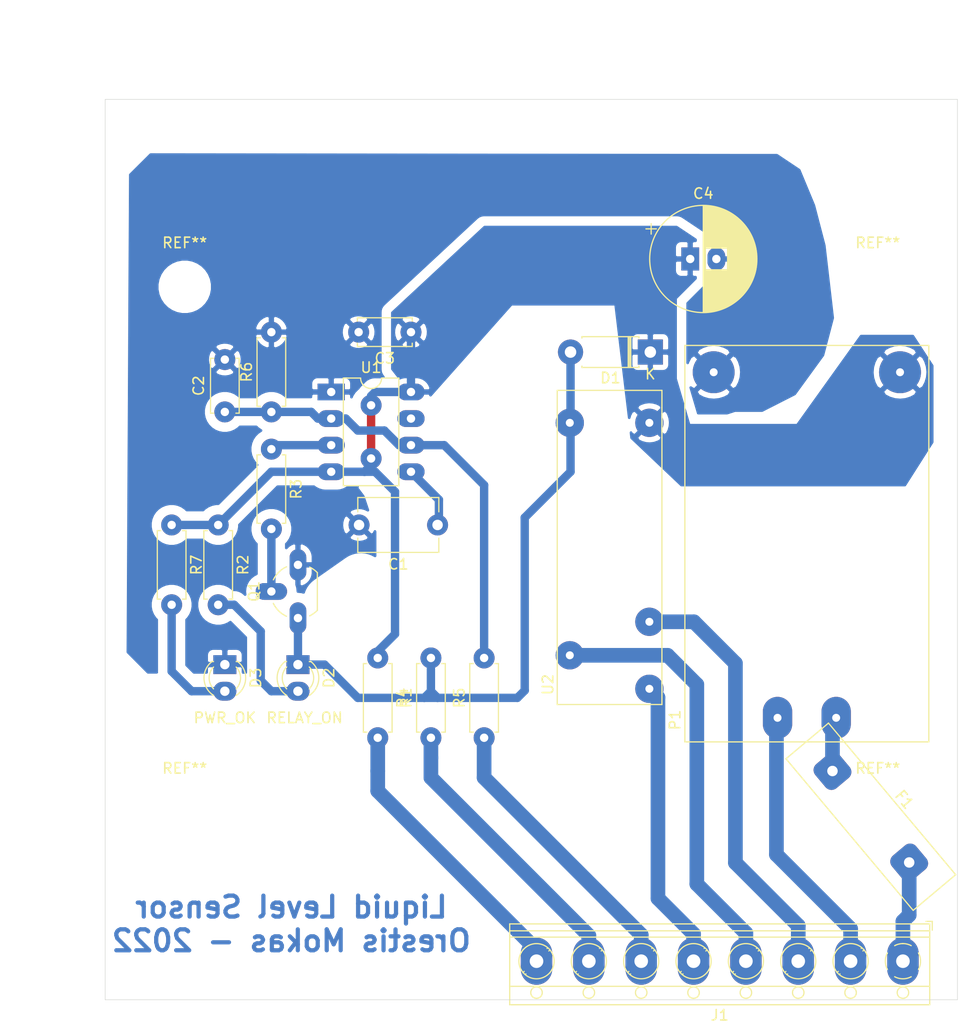
<source format=kicad_pcb>
(kicad_pcb (version 20171130) (host pcbnew "(5.1.12)-1")

  (general
    (thickness 1.6)
    (drawings 9)
    (tracks 92)
    (zones 0)
    (modules 24)
    (nets 20)
  )

  (page A4)
  (layers
    (0 F.Cu signal)
    (31 B.Cu signal)
    (32 B.Adhes user)
    (33 F.Adhes user)
    (34 B.Paste user)
    (35 F.Paste user)
    (36 B.SilkS user)
    (37 F.SilkS user)
    (38 B.Mask user)
    (39 F.Mask user)
    (40 Dwgs.User user)
    (41 Cmts.User user)
    (42 Eco1.User user)
    (43 Eco2.User user)
    (44 Edge.Cuts user)
    (45 Margin user)
    (46 B.CrtYd user)
    (47 F.CrtYd user)
    (48 B.Fab user)
    (49 F.Fab user)
  )

  (setup
    (last_trace_width 1.4)
    (user_trace_width 0.4)
    (user_trace_width 0.5)
    (user_trace_width 0.6)
    (user_trace_width 0.8)
    (user_trace_width 1)
    (user_trace_width 1.4)
    (user_trace_width 1.5)
    (user_trace_width 2)
    (trace_clearance 0.2)
    (zone_clearance 0.9)
    (zone_45_only no)
    (trace_min 0.2)
    (via_size 0.8)
    (via_drill 0.4)
    (via_min_size 0.4)
    (via_min_drill 0.3)
    (uvia_size 0.3)
    (uvia_drill 0.1)
    (uvias_allowed no)
    (uvia_min_size 0.2)
    (uvia_min_drill 0.1)
    (edge_width 0.05)
    (segment_width 0.2)
    (pcb_text_width 0.3)
    (pcb_text_size 1.5 1.5)
    (mod_edge_width 0.12)
    (mod_text_size 1 1)
    (mod_text_width 0.15)
    (pad_size 3 4.5)
    (pad_drill 1.3)
    (pad_to_mask_clearance 0)
    (aux_axis_origin 0 0)
    (grid_origin 124.46 91.313)
    (visible_elements FFFFFF7F)
    (pcbplotparams
      (layerselection 0x010fc_ffffffff)
      (usegerberextensions false)
      (usegerberattributes true)
      (usegerberadvancedattributes true)
      (creategerberjobfile true)
      (excludeedgelayer true)
      (linewidth 0.100000)
      (plotframeref false)
      (viasonmask false)
      (mode 1)
      (useauxorigin false)
      (hpglpennumber 1)
      (hpglpenspeed 20)
      (hpglpendiameter 15.000000)
      (psnegative false)
      (psa4output false)
      (plotreference true)
      (plotvalue true)
      (plotinvisibletext false)
      (padsonsilk false)
      (subtractmaskfromsilk false)
      (outputformat 1)
      (mirror false)
      (drillshape 1)
      (scaleselection 1)
      (outputdirectory ""))
  )

  (net 0 "")
  (net 1 GND)
  (net 2 "Net-(C1-Pad1)")
  (net 3 J1)
  (net 4 VCC)
  (net 5 J2)
  (net 6 "Net-(D2-Pad2)")
  (net 7 "Net-(D3-Pad2)")
  (net 8 AC_L)
  (net 9 AC_F_L)
  (net 10 LEVEL_1)
  (net 11 LEVEL_2)
  (net 12 LEVEL_3)
  (net 13 REL_NO)
  (net 14 REL_COM)
  (net 15 REL_NC)
  (net 16 AC_N)
  (net 17 "Net-(Q1-Pad2)")
  (net 18 "Net-(R3-Pad1)")
  (net 19 "Net-(U1-Pad7)")

  (net_class Default "This is the default net class."
    (clearance 0.2)
    (trace_width 0.25)
    (via_dia 0.8)
    (via_drill 0.4)
    (uvia_dia 0.3)
    (uvia_drill 0.1)
    (add_net AC_F_L)
    (add_net AC_L)
    (add_net AC_N)
    (add_net GND)
    (add_net J1)
    (add_net J2)
    (add_net LEVEL_1)
    (add_net LEVEL_2)
    (add_net LEVEL_3)
    (add_net "Net-(C1-Pad1)")
    (add_net "Net-(D2-Pad2)")
    (add_net "Net-(D3-Pad2)")
    (add_net "Net-(Q1-Pad2)")
    (add_net "Net-(R3-Pad1)")
    (add_net "Net-(U1-Pad7)")
    (add_net REL_COM)
    (add_net REL_NC)
    (add_net REL_NO)
    (add_net VCC)
  )

  (module HILINK:HiLink_PSU (layer F.Cu) (tedit 62D419E0) (tstamp 62D42171)
    (at 179.832 150.368 90)
    (path /62BE81A5)
    (fp_text reference P1 (at -0.2032 -0.9398 90) (layer F.SilkS)
      (effects (font (size 1 1) (thickness 0.15)))
    )
    (fp_text value AC_PSU (at 31.1912 -0.8382 90) (layer F.Fab)
      (effects (font (size 1 1) (thickness 0.15)))
    )
    (fp_line (start -2.3 23.3) (end 35.56 23.3) (layer F.SilkS) (width 0.12))
    (fp_line (start 35.56 23.3) (end 35.56 0) (layer F.SilkS) (width 0.12))
    (fp_line (start 35.56 0) (end -2.3 0) (layer F.SilkS) (width 0.12))
    (fp_line (start -2.3 0) (end -2.3 23.3) (layer F.SilkS) (width 0.12))
    (pad 1 thru_hole oval (at 0 8.85 90) (size 4 2.8) (drill 0.762) (layers *.Cu *.Mask)
      (net 16 AC_N))
    (pad 2 thru_hole oval (at 0 14.45 90) (size 4 2.8) (drill 0.762) (layers *.Cu *.Mask)
      (net 9 AC_F_L))
    (pad 3 thru_hole circle (at 33 2.75 90) (size 4 4) (drill 0.762) (layers *.Cu *.Mask)
      (net 1 GND))
    (pad 4 thru_hole circle (at 33 20.55 90) (size 4 4) (drill 0.762) (layers *.Cu *.Mask)
      (net 4 VCC))
  )

  (module TerminalBlock_RND:TerminalBlock_RND_205-00018_1x08_P5.00mm_Horizontal (layer F.Cu) (tedit 62D421CB) (tstamp 62D2E1EC)
    (at 200.66 173.609 180)
    (descr "terminal block RND 205-00018, 8 pins, pitch 5mm, size 40x7.6mm^2, drill diamater 1.3mm, pad diameter 2.5mm, see http://cdn-reichelt.de/documents/datenblatt/C151/RND_205-00012_DB_EN.pdf, script-generated using https://github.com/pointhi/kicad-footprint-generator/scripts/TerminalBlock_RND")
    (tags "THT terminal block RND 205-00018 pitch 5mm size 40x7.6mm^2 drill 1.3mm pad 2.5mm")
    (path /62BB36C6)
    (fp_text reference J1 (at 17.5 -5.16) (layer F.SilkS)
      (effects (font (size 1 1) (thickness 0.15)))
    )
    (fp_text value Conn_01x08 (at 17.5 4.56) (layer F.Fab)
      (effects (font (size 1 1) (thickness 0.15)))
    )
    (fp_text user %R (at 17.5 -5.16) (layer F.Fab)
      (effects (font (size 1 1) (thickness 0.15)))
    )
    (fp_arc (start 0 0) (end -0.789 1.484) (angle -29) (layer F.SilkS) (width 0.12))
    (fp_arc (start 0 0) (end -1.484 -0.789) (angle -56) (layer F.SilkS) (width 0.12))
    (fp_arc (start 0 0) (end 0.789 -1.484) (angle -56) (layer F.SilkS) (width 0.12))
    (fp_arc (start 0 0) (end 1.484 0.789) (angle -56) (layer F.SilkS) (width 0.12))
    (fp_arc (start 0 0) (end 0 1.68) (angle -28) (layer F.SilkS) (width 0.12))
    (fp_circle (center 0 0) (end 1.5 0) (layer F.Fab) (width 0.1))
    (fp_circle (center 0 -3) (end 0.55 -3) (layer F.Fab) (width 0.1))
    (fp_circle (center 0 -3) (end 0.55 -3) (layer F.SilkS) (width 0.12))
    (fp_circle (center 5 0) (end 6.5 0) (layer F.Fab) (width 0.1))
    (fp_circle (center 5 0) (end 6.68 0) (layer F.SilkS) (width 0.12))
    (fp_circle (center 5 -3) (end 5.55 -3) (layer F.Fab) (width 0.1))
    (fp_circle (center 5 -3) (end 5.55 -3) (layer F.SilkS) (width 0.12))
    (fp_circle (center 10 0) (end 11.5 0) (layer F.Fab) (width 0.1))
    (fp_circle (center 10 0) (end 11.68 0) (layer F.SilkS) (width 0.12))
    (fp_circle (center 10 -3) (end 10.55 -3) (layer F.Fab) (width 0.1))
    (fp_circle (center 10 -3) (end 10.55 -3) (layer F.SilkS) (width 0.12))
    (fp_circle (center 15 0) (end 16.5 0) (layer F.Fab) (width 0.1))
    (fp_circle (center 15 0) (end 16.68 0) (layer F.SilkS) (width 0.12))
    (fp_circle (center 15 -3) (end 15.55 -3) (layer F.Fab) (width 0.1))
    (fp_circle (center 15 -3) (end 15.55 -3) (layer F.SilkS) (width 0.12))
    (fp_circle (center 20 0) (end 21.5 0) (layer F.Fab) (width 0.1))
    (fp_circle (center 20 0) (end 21.68 0) (layer F.SilkS) (width 0.12))
    (fp_circle (center 20 -3) (end 20.55 -3) (layer F.Fab) (width 0.1))
    (fp_circle (center 20 -3) (end 20.55 -3) (layer F.SilkS) (width 0.12))
    (fp_circle (center 25 0) (end 26.5 0) (layer F.Fab) (width 0.1))
    (fp_circle (center 25 0) (end 26.68 0) (layer F.SilkS) (width 0.12))
    (fp_circle (center 25 -3) (end 25.55 -3) (layer F.Fab) (width 0.1))
    (fp_circle (center 25 -3) (end 25.55 -3) (layer F.SilkS) (width 0.12))
    (fp_circle (center 30 0) (end 31.5 0) (layer F.Fab) (width 0.1))
    (fp_circle (center 30 0) (end 31.68 0) (layer F.SilkS) (width 0.12))
    (fp_circle (center 30 -3) (end 30.55 -3) (layer F.Fab) (width 0.1))
    (fp_circle (center 30 -3) (end 30.55 -3) (layer F.SilkS) (width 0.12))
    (fp_circle (center 35 0) (end 36.5 0) (layer F.Fab) (width 0.1))
    (fp_circle (center 35 0) (end 36.68 0) (layer F.SilkS) (width 0.12))
    (fp_circle (center 35 -3) (end 35.55 -3) (layer F.Fab) (width 0.1))
    (fp_circle (center 35 -3) (end 35.55 -3) (layer F.SilkS) (width 0.12))
    (fp_line (start -2.5 -4.1) (end 37.5 -4.1) (layer F.Fab) (width 0.1))
    (fp_line (start 37.5 -4.1) (end 37.5 3.5) (layer F.Fab) (width 0.1))
    (fp_line (start 37.5 3.5) (end -1.9 3.5) (layer F.Fab) (width 0.1))
    (fp_line (start -1.9 3.5) (end -2.5 2.9) (layer F.Fab) (width 0.1))
    (fp_line (start -2.5 2.9) (end -2.5 -4.1) (layer F.Fab) (width 0.1))
    (fp_line (start -2.5 2.9) (end 37.5 2.9) (layer F.Fab) (width 0.1))
    (fp_line (start -2.56 2.9) (end 37.56 2.9) (layer F.SilkS) (width 0.12))
    (fp_line (start -2.5 2.3) (end 37.5 2.3) (layer F.Fab) (width 0.1))
    (fp_line (start -2.56 2.3) (end 37.56 2.3) (layer F.SilkS) (width 0.12))
    (fp_line (start -2.5 -2.4) (end 37.5 -2.4) (layer F.Fab) (width 0.1))
    (fp_line (start -2.56 -2.4) (end 37.56 -2.4) (layer F.SilkS) (width 0.12))
    (fp_line (start -2.56 -4.16) (end 37.56 -4.16) (layer F.SilkS) (width 0.12))
    (fp_line (start -2.56 3.561) (end 37.56 3.561) (layer F.SilkS) (width 0.12))
    (fp_line (start -2.56 -4.16) (end -2.56 3.561) (layer F.SilkS) (width 0.12))
    (fp_line (start 37.56 -4.16) (end 37.56 3.561) (layer F.SilkS) (width 0.12))
    (fp_line (start 1.138 -0.955) (end -0.955 1.138) (layer F.Fab) (width 0.1))
    (fp_line (start 0.955 -1.138) (end -1.138 0.955) (layer F.Fab) (width 0.1))
    (fp_line (start 6.138 -0.955) (end 4.046 1.138) (layer F.Fab) (width 0.1))
    (fp_line (start 5.955 -1.138) (end 3.863 0.955) (layer F.Fab) (width 0.1))
    (fp_line (start 6.275 -1.069) (end 6.181 -0.976) (layer F.SilkS) (width 0.12))
    (fp_line (start 3.99 1.216) (end 3.931 1.274) (layer F.SilkS) (width 0.12))
    (fp_line (start 6.07 -1.275) (end 6.011 -1.216) (layer F.SilkS) (width 0.12))
    (fp_line (start 3.82 0.976) (end 3.726 1.069) (layer F.SilkS) (width 0.12))
    (fp_line (start 11.138 -0.955) (end 9.046 1.138) (layer F.Fab) (width 0.1))
    (fp_line (start 10.955 -1.138) (end 8.863 0.955) (layer F.Fab) (width 0.1))
    (fp_line (start 11.275 -1.069) (end 11.181 -0.976) (layer F.SilkS) (width 0.12))
    (fp_line (start 8.99 1.216) (end 8.931 1.274) (layer F.SilkS) (width 0.12))
    (fp_line (start 11.07 -1.275) (end 11.011 -1.216) (layer F.SilkS) (width 0.12))
    (fp_line (start 8.82 0.976) (end 8.726 1.069) (layer F.SilkS) (width 0.12))
    (fp_line (start 16.138 -0.955) (end 14.046 1.138) (layer F.Fab) (width 0.1))
    (fp_line (start 15.955 -1.138) (end 13.863 0.955) (layer F.Fab) (width 0.1))
    (fp_line (start 16.275 -1.069) (end 16.181 -0.976) (layer F.SilkS) (width 0.12))
    (fp_line (start 13.99 1.216) (end 13.931 1.274) (layer F.SilkS) (width 0.12))
    (fp_line (start 16.07 -1.275) (end 16.011 -1.216) (layer F.SilkS) (width 0.12))
    (fp_line (start 13.82 0.976) (end 13.726 1.069) (layer F.SilkS) (width 0.12))
    (fp_line (start 21.138 -0.955) (end 19.046 1.138) (layer F.Fab) (width 0.1))
    (fp_line (start 20.955 -1.138) (end 18.863 0.955) (layer F.Fab) (width 0.1))
    (fp_line (start 21.275 -1.069) (end 21.181 -0.976) (layer F.SilkS) (width 0.12))
    (fp_line (start 18.99 1.216) (end 18.931 1.274) (layer F.SilkS) (width 0.12))
    (fp_line (start 21.07 -1.275) (end 21.011 -1.216) (layer F.SilkS) (width 0.12))
    (fp_line (start 18.82 0.976) (end 18.726 1.069) (layer F.SilkS) (width 0.12))
    (fp_line (start 26.138 -0.955) (end 24.046 1.138) (layer F.Fab) (width 0.1))
    (fp_line (start 25.955 -1.138) (end 23.863 0.955) (layer F.Fab) (width 0.1))
    (fp_line (start 26.275 -1.069) (end 26.181 -0.976) (layer F.SilkS) (width 0.12))
    (fp_line (start 23.99 1.216) (end 23.931 1.274) (layer F.SilkS) (width 0.12))
    (fp_line (start 26.07 -1.275) (end 26.011 -1.216) (layer F.SilkS) (width 0.12))
    (fp_line (start 23.82 0.976) (end 23.726 1.069) (layer F.SilkS) (width 0.12))
    (fp_line (start 31.138 -0.955) (end 29.046 1.138) (layer F.Fab) (width 0.1))
    (fp_line (start 30.955 -1.138) (end 28.863 0.955) (layer F.Fab) (width 0.1))
    (fp_line (start 31.275 -1.069) (end 31.181 -0.976) (layer F.SilkS) (width 0.12))
    (fp_line (start 28.99 1.216) (end 28.931 1.274) (layer F.SilkS) (width 0.12))
    (fp_line (start 31.07 -1.275) (end 31.011 -1.216) (layer F.SilkS) (width 0.12))
    (fp_line (start 28.82 0.976) (end 28.726 1.069) (layer F.SilkS) (width 0.12))
    (fp_line (start 36.138 -0.955) (end 34.046 1.138) (layer F.Fab) (width 0.1))
    (fp_line (start 35.955 -1.138) (end 33.863 0.955) (layer F.Fab) (width 0.1))
    (fp_line (start 36.275 -1.069) (end 36.181 -0.976) (layer F.SilkS) (width 0.12))
    (fp_line (start 33.99 1.216) (end 33.931 1.274) (layer F.SilkS) (width 0.12))
    (fp_line (start 36.07 -1.275) (end 36.011 -1.216) (layer F.SilkS) (width 0.12))
    (fp_line (start 33.82 0.976) (end 33.726 1.069) (layer F.SilkS) (width 0.12))
    (fp_line (start -2.8 2.96) (end -2.8 3.8) (layer F.SilkS) (width 0.12))
    (fp_line (start -2.8 3.8) (end -2.2 3.8) (layer F.SilkS) (width 0.12))
    (fp_line (start -3 -4.6) (end -3 4) (layer F.CrtYd) (width 0.05))
    (fp_line (start -3 4) (end 38 4) (layer F.CrtYd) (width 0.05))
    (fp_line (start 38 4) (end 38 -4.6) (layer F.CrtYd) (width 0.05))
    (fp_line (start 38 -4.6) (end -3 -4.6) (layer F.CrtYd) (width 0.05))
    (pad 8 thru_hole oval (at 35 0 180) (size 3 4.5) (drill 1.3) (layers *.Cu *.Mask)
      (net 10 LEVEL_1))
    (pad 7 thru_hole oval (at 30 0 180) (size 3 4.5) (drill 1.3) (layers *.Cu *.Mask)
      (net 11 LEVEL_2))
    (pad 6 thru_hole oval (at 25 0 180) (size 3 4.5) (drill 1.3) (layers *.Cu *.Mask)
      (net 12 LEVEL_3))
    (pad 5 thru_hole oval (at 20 0 180) (size 3 4.5) (drill 1.3) (layers *.Cu *.Mask)
      (net 13 REL_NO))
    (pad 4 thru_hole oval (at 15 0 180) (size 3 4.5) (drill 1.3) (layers *.Cu *.Mask)
      (net 14 REL_COM))
    (pad 3 thru_hole oval (at 10 0 180) (size 3 4.5) (drill 1.3) (layers *.Cu *.Mask)
      (net 15 REL_NC))
    (pad 2 thru_hole oval (at 5 0 180) (size 3 4.5) (drill 1.3) (layers *.Cu *.Mask)
      (net 16 AC_N))
    (pad 1 thru_hole oval (at 0 0 180) (size 3 4.5) (drill 1.3) (layers *.Cu *.Mask)
      (net 8 AC_L))
    (model ${KISYS3DMOD}/TerminalBlock_RND.3dshapes/TerminalBlock_RND_205-00018_1x08_P5.00mm_Horizontal.wrl
      (at (xyz 0 0 0))
      (scale (xyz 1 1 1))
      (rotate (xyz 0 0 0))
    )
  )

  (module Capacitor_THT:C_Disc_D7.5mm_W5.0mm_P7.50mm (layer F.Cu) (tedit 5AE50EF0) (tstamp 62D336E6)
    (at 156.21 131.953 180)
    (descr "C, Disc series, Radial, pin pitch=7.50mm, , diameter*width=7.5*5.0mm^2, Capacitor, http://www.vishay.com/docs/28535/vy2series.pdf")
    (tags "C Disc series Radial pin pitch 7.50mm  diameter 7.5mm width 5.0mm Capacitor")
    (path /629E7A69)
    (fp_text reference C1 (at 3.75 -3.75) (layer F.SilkS)
      (effects (font (size 1 1) (thickness 0.15)))
    )
    (fp_text value 0.1uF (at 3.75 3.75) (layer F.Fab)
      (effects (font (size 1 1) (thickness 0.15)))
    )
    (fp_text user %R (at 3.75 0) (layer F.Fab)
      (effects (font (size 1 1) (thickness 0.15)))
    )
    (fp_line (start 0 -2.5) (end 0 2.5) (layer F.Fab) (width 0.1))
    (fp_line (start 0 2.5) (end 7.5 2.5) (layer F.Fab) (width 0.1))
    (fp_line (start 7.5 2.5) (end 7.5 -2.5) (layer F.Fab) (width 0.1))
    (fp_line (start 7.5 -2.5) (end 0 -2.5) (layer F.Fab) (width 0.1))
    (fp_line (start -0.12 -2.62) (end 7.62 -2.62) (layer F.SilkS) (width 0.12))
    (fp_line (start -0.12 2.62) (end 7.62 2.62) (layer F.SilkS) (width 0.12))
    (fp_line (start -0.12 -2.62) (end -0.12 -1.256) (layer F.SilkS) (width 0.12))
    (fp_line (start -0.12 1.256) (end -0.12 2.62) (layer F.SilkS) (width 0.12))
    (fp_line (start 7.62 -2.62) (end 7.62 -1.256) (layer F.SilkS) (width 0.12))
    (fp_line (start 7.62 1.256) (end 7.62 2.62) (layer F.SilkS) (width 0.12))
    (fp_line (start -1.25 -2.75) (end -1.25 2.75) (layer F.CrtYd) (width 0.05))
    (fp_line (start -1.25 2.75) (end 8.75 2.75) (layer F.CrtYd) (width 0.05))
    (fp_line (start 8.75 2.75) (end 8.75 -2.75) (layer F.CrtYd) (width 0.05))
    (fp_line (start 8.75 -2.75) (end -1.25 -2.75) (layer F.CrtYd) (width 0.05))
    (pad 2 thru_hole circle (at 7.5 0 180) (size 2 2) (drill 1) (layers *.Cu *.Mask)
      (net 1 GND))
    (pad 1 thru_hole circle (at 0 0 180) (size 2 2) (drill 1) (layers *.Cu *.Mask)
      (net 2 "Net-(C1-Pad1)"))
    (model ${KISYS3DMOD}/Capacitor_THT.3dshapes/C_Disc_D7.5mm_W5.0mm_P7.50mm.wrl
      (at (xyz 0 0 0))
      (scale (xyz 1 1 1))
      (rotate (xyz 0 0 0))
    )
  )

  (module MountingHole:MountingHole_3.2mm_M3 (layer F.Cu) (tedit 56D1B4CB) (tstamp 62D3057A)
    (at 198.26 159.392)
    (descr "Mounting Hole 3.2mm, no annular, M3")
    (tags "mounting hole 3.2mm no annular m3")
    (attr virtual)
    (fp_text reference REF** (at 0 -4.2) (layer F.SilkS)
      (effects (font (size 1 1) (thickness 0.15)))
    )
    (fp_text value MountingHole_3.2mm_M3 (at 0 4.2) (layer F.Fab)
      (effects (font (size 1 1) (thickness 0.15)))
    )
    (fp_text user %R (at 0.3 0) (layer F.Fab)
      (effects (font (size 1 1) (thickness 0.15)))
    )
    (fp_circle (center 0 0) (end 3.2 0) (layer Cmts.User) (width 0.15))
    (fp_circle (center 0 0) (end 3.45 0) (layer F.CrtYd) (width 0.05))
    (pad 1 np_thru_hole circle (at 0 0) (size 3.2 3.2) (drill 3.2) (layers *.Cu *.Mask))
  )

  (module MountingHole:MountingHole_3.2mm_M3 (layer F.Cu) (tedit 56D1B4CB) (tstamp 62D30556)
    (at 132.06 159.392)
    (descr "Mounting Hole 3.2mm, no annular, M3")
    (tags "mounting hole 3.2mm no annular m3")
    (attr virtual)
    (fp_text reference REF** (at 0 -4.2) (layer F.SilkS)
      (effects (font (size 1 1) (thickness 0.15)))
    )
    (fp_text value MountingHole_3.2mm_M3 (at 0 4.2) (layer F.Fab)
      (effects (font (size 1 1) (thickness 0.15)))
    )
    (fp_text user %R (at 0.3 0) (layer F.Fab)
      (effects (font (size 1 1) (thickness 0.15)))
    )
    (fp_circle (center 0 0) (end 3.2 0) (layer Cmts.User) (width 0.15))
    (fp_circle (center 0 0) (end 3.45 0) (layer F.CrtYd) (width 0.05))
    (pad 1 np_thru_hole circle (at 0 0) (size 3.2 3.2) (drill 3.2) (layers *.Cu *.Mask))
  )

  (module MountingHole:MountingHole_3.2mm_M3 (layer F.Cu) (tedit 56D1B4CB) (tstamp 62D30532)
    (at 198.26 109.213)
    (descr "Mounting Hole 3.2mm, no annular, M3")
    (tags "mounting hole 3.2mm no annular m3")
    (attr virtual)
    (fp_text reference REF** (at 0 -4.2) (layer F.SilkS)
      (effects (font (size 1 1) (thickness 0.15)))
    )
    (fp_text value MountingHole_3.2mm_M3 (at 0 4.2) (layer F.Fab)
      (effects (font (size 1 1) (thickness 0.15)))
    )
    (fp_text user %R (at 0.3 0) (layer F.Fab)
      (effects (font (size 1 1) (thickness 0.15)))
    )
    (fp_circle (center 0 0) (end 3.2 0) (layer Cmts.User) (width 0.15))
    (fp_circle (center 0 0) (end 3.45 0) (layer F.CrtYd) (width 0.05))
    (pad 1 np_thru_hole circle (at 0 0) (size 3.2 3.2) (drill 3.2) (layers *.Cu *.Mask))
  )

  (module MountingHole:MountingHole_3.2mm_M3 (layer F.Cu) (tedit 56D1B4CB) (tstamp 62D3050E)
    (at 132.06 109.213)
    (descr "Mounting Hole 3.2mm, no annular, M3")
    (tags "mounting hole 3.2mm no annular m3")
    (attr virtual)
    (fp_text reference REF** (at 0 -4.2) (layer F.SilkS)
      (effects (font (size 1 1) (thickness 0.15)))
    )
    (fp_text value MountingHole_3.2mm_M3 (at 0 4.2) (layer F.Fab)
      (effects (font (size 1 1) (thickness 0.15)))
    )
    (fp_text user %R (at 0 0) (layer F.Fab)
      (effects (font (size 1 1) (thickness 0.15)))
    )
    (fp_circle (center 0 0) (end 3.2 0) (layer Cmts.User) (width 0.15))
    (fp_circle (center 0 0) (end 3.45 0) (layer F.CrtYd) (width 0.05))
    (pad 1 np_thru_hole circle (at 0 0) (size 3.2 3.2) (drill 3.2) (layers *.Cu *.Mask))
  )

  (module RELPOL_RM96P:RM96P (layer F.Cu) (tedit 62D324E4) (tstamp 62D2E2FD)
    (at 167.64 149.098 90)
    (path /62D2EC82)
    (fp_text reference U2 (at 1.905 -0.889 90) (layer F.SilkS)
      (effects (font (size 1 1) (thickness 0.15)))
    )
    (fp_text value RM96P (at 2.286 -2.413 90) (layer F.Fab)
      (effects (font (size 1 1) (thickness 0.15)))
    )
    (fp_line (start 0 0) (end 30 0) (layer F.SilkS) (width 0.12))
    (fp_line (start 30 0) (end 30 10) (layer F.SilkS) (width 0.12))
    (fp_line (start 30 10) (end 0 10) (layer F.SilkS) (width 0.12))
    (fp_line (start 0 10) (end 0 0) (layer F.SilkS) (width 0.12))
    (fp_line (start 4.699 1.778) (end 4.699 5.715) (layer Eco2.User) (width 0.12))
    (fp_line (start 4.699 5.715) (end 6.35 8.001) (layer Eco2.User) (width 0.12))
    (fp_line (start 5.969 7.112) (end 7.874 7.112) (layer Eco2.User) (width 0.12))
    (fp_line (start 7.874 7.112) (end 7.874 7.874) (layer Eco2.User) (width 0.12))
    (fp_line (start 1.524 7.874) (end 1.524 7.112) (layer Eco2.User) (width 0.12))
    (fp_line (start 1.524 7.112) (end 3.683 7.112) (layer Eco2.User) (width 0.12))
    (fp_line (start 3.683 7.112) (end 3.81 7.112) (layer Eco2.User) (width 0.12))
    (fp_line (start 26.924 2.159) (end 26.924 3.429) (layer Eco2.User) (width 0.12))
    (fp_line (start 26.924 3.429) (end 25.908 3.429) (layer Eco2.User) (width 0.12))
    (fp_line (start 25.908 3.429) (end 25.908 6.604) (layer Eco2.User) (width 0.12))
    (fp_line (start 25.908 6.604) (end 26.924 6.604) (layer Eco2.User) (width 0.12))
    (fp_line (start 26.924 6.604) (end 26.924 7.874) (layer Eco2.User) (width 0.12))
    (fp_line (start 26.924 7.874) (end 26.924 6.604) (layer Eco2.User) (width 0.12))
    (fp_line (start 26.924 6.604) (end 27.813 6.604) (layer Eco2.User) (width 0.12))
    (fp_line (start 27.813 6.604) (end 27.813 3.429) (layer Eco2.User) (width 0.12))
    (fp_line (start 27.813 3.429) (end 26.924 3.429) (layer Eco2.User) (width 0.12))
    (fp_line (start 25.908 5.715) (end 27.813 4.318) (layer Eco2.User) (width 0.12))
    (pad 4 thru_hole circle (at 4.7 1.2 90) (size 2.7 2.7) (drill 0.762) (layers *.Cu *.Mask)
      (net 14 REL_COM))
    (pad 3 thru_hole circle (at 7.9 8.8 90) (size 2.7 2.7) (drill 0.762) (layers *.Cu *.Mask)
      (net 15 REL_NC))
    (pad 5 thru_hole circle (at 1.5 8.8 180) (size 2.7 2.7) (drill 0.762) (layers *.Cu *.Mask)
      (net 13 REL_NO))
    (pad 1 thru_hole circle (at 26.9 8.8 90) (size 2.7 2.7) (drill 0.762) (layers *.Cu *.Mask)
      (net 4 VCC))
    (pad 2 thru_hole circle (at 26.9 1.2 90) (size 2.7 2.7) (drill 0.762) (layers *.Cu *.Mask)
      (net 5 J2))
  )

  (module Package_DIP:DIP-8_W7.62mm (layer F.Cu) (tedit 62D3FA5E) (tstamp 62D2E2DF)
    (at 146.05 119.253)
    (descr "8-lead though-hole mounted DIP package, row spacing 7.62 mm (300 mils)")
    (tags "THT DIP DIL PDIP 2.54mm 7.62mm 300mil")
    (path /629E6E47)
    (fp_text reference U1 (at 3.81 -2.33) (layer F.SilkS)
      (effects (font (size 1 1) (thickness 0.15)))
    )
    (fp_text value LM555xN (at 3.81 9.95) (layer F.Fab)
      (effects (font (size 1 1) (thickness 0.15)))
    )
    (fp_text user %R (at 3.81 3.81) (layer F.Fab)
      (effects (font (size 1 1) (thickness 0.15)))
    )
    (fp_arc (start 3.81 -1.33) (end 2.81 -1.33) (angle -180) (layer F.SilkS) (width 0.12))
    (fp_line (start 1.635 -1.27) (end 6.985 -1.27) (layer F.Fab) (width 0.1))
    (fp_line (start 6.985 -1.27) (end 6.985 8.89) (layer F.Fab) (width 0.1))
    (fp_line (start 6.985 8.89) (end 0.635 8.89) (layer F.Fab) (width 0.1))
    (fp_line (start 0.635 8.89) (end 0.635 -0.27) (layer F.Fab) (width 0.1))
    (fp_line (start 0.635 -0.27) (end 1.635 -1.27) (layer F.Fab) (width 0.1))
    (fp_line (start 2.81 -1.33) (end 1.16 -1.33) (layer F.SilkS) (width 0.12))
    (fp_line (start 1.16 -1.33) (end 1.16 8.95) (layer F.SilkS) (width 0.12))
    (fp_line (start 1.16 8.95) (end 6.46 8.95) (layer F.SilkS) (width 0.12))
    (fp_line (start 6.46 8.95) (end 6.46 -1.33) (layer F.SilkS) (width 0.12))
    (fp_line (start 6.46 -1.33) (end 4.81 -1.33) (layer F.SilkS) (width 0.12))
    (fp_line (start -1.1 -1.55) (end -1.1 9.15) (layer F.CrtYd) (width 0.05))
    (fp_line (start -1.1 9.15) (end 8.7 9.15) (layer F.CrtYd) (width 0.05))
    (fp_line (start 8.7 9.15) (end 8.7 -1.55) (layer F.CrtYd) (width 0.05))
    (fp_line (start 8.7 -1.55) (end -1.1 -1.55) (layer F.CrtYd) (width 0.05))
    (pad 8 thru_hole oval (at 7.62 0) (size 2.6 1.6) (drill 0.8) (layers *.Cu *.Mask)
      (net 4 VCC))
    (pad 4 thru_hole oval (at 0 7.62) (size 2.6 1.6) (drill 0.8) (layers *.Cu *.Mask)
      (net 4 VCC))
    (pad 7 thru_hole oval (at 7.62 2.54) (size 2.6 1.6) (drill 0.8) (layers *.Cu *.Mask)
      (net 19 "Net-(U1-Pad7)"))
    (pad 3 thru_hole oval (at 0 5.08) (size 2.6 1.6) (drill 0.8) (layers *.Cu *.Mask)
      (net 18 "Net-(R3-Pad1)"))
    (pad 6 thru_hole oval (at 7.62 5.08) (size 2.6 1.6) (drill 0.8) (layers *.Cu *.Mask)
      (net 3 J1))
    (pad 2 thru_hole oval (at 0 2.54) (size 2.6 1.6) (drill 0.8) (layers *.Cu *.Mask)
      (net 3 J1))
    (pad 5 thru_hole oval (at 7.62 7.62) (size 2.6 1.6) (drill 0.8) (layers *.Cu *.Mask)
      (net 2 "Net-(C1-Pad1)"))
    (pad 1 thru_hole rect (at 0 0) (size 2.6 1.6) (drill 0.8) (layers *.Cu *.Mask)
      (net 1 GND))
    (model ${KISYS3DMOD}/Package_DIP.3dshapes/DIP-8_W7.62mm.wrl
      (at (xyz 0 0 0))
      (scale (xyz 1 1 1))
      (rotate (xyz 0 0 0))
    )
  )

  (module Resistor_THT:R_Axial_DIN0207_L6.3mm_D2.5mm_P7.62mm_Horizontal (layer F.Cu) (tedit 62D3FABF) (tstamp 62D2E2AD)
    (at 130.81 131.953 270)
    (descr "Resistor, Axial_DIN0207 series, Axial, Horizontal, pin pitch=7.62mm, 0.25W = 1/4W, length*diameter=6.3*2.5mm^2, http://cdn-reichelt.de/documents/datenblatt/B400/1_4W%23YAG.pdf")
    (tags "Resistor Axial_DIN0207 series Axial Horizontal pin pitch 7.62mm 0.25W = 1/4W length 6.3mm diameter 2.5mm")
    (path /62A3904D)
    (fp_text reference R7 (at 3.81 -2.37 90) (layer F.SilkS)
      (effects (font (size 1 1) (thickness 0.15)))
    )
    (fp_text value 10K (at 3.81 2.37 90) (layer F.Fab)
      (effects (font (size 1 1) (thickness 0.15)))
    )
    (fp_text user %R (at 3.81 0 90) (layer F.Fab)
      (effects (font (size 1 1) (thickness 0.15)))
    )
    (fp_line (start 0.66 -1.25) (end 0.66 1.25) (layer F.Fab) (width 0.1))
    (fp_line (start 0.66 1.25) (end 6.96 1.25) (layer F.Fab) (width 0.1))
    (fp_line (start 6.96 1.25) (end 6.96 -1.25) (layer F.Fab) (width 0.1))
    (fp_line (start 6.96 -1.25) (end 0.66 -1.25) (layer F.Fab) (width 0.1))
    (fp_line (start 0 0) (end 0.66 0) (layer F.Fab) (width 0.1))
    (fp_line (start 7.62 0) (end 6.96 0) (layer F.Fab) (width 0.1))
    (fp_line (start 0.54 -1.04) (end 0.54 -1.37) (layer F.SilkS) (width 0.12))
    (fp_line (start 0.54 -1.37) (end 7.08 -1.37) (layer F.SilkS) (width 0.12))
    (fp_line (start 7.08 -1.37) (end 7.08 -1.04) (layer F.SilkS) (width 0.12))
    (fp_line (start 0.54 1.04) (end 0.54 1.37) (layer F.SilkS) (width 0.12))
    (fp_line (start 0.54 1.37) (end 7.08 1.37) (layer F.SilkS) (width 0.12))
    (fp_line (start 7.08 1.37) (end 7.08 1.04) (layer F.SilkS) (width 0.12))
    (fp_line (start -1.05 -1.5) (end -1.05 1.5) (layer F.CrtYd) (width 0.05))
    (fp_line (start -1.05 1.5) (end 8.67 1.5) (layer F.CrtYd) (width 0.05))
    (fp_line (start 8.67 1.5) (end 8.67 -1.5) (layer F.CrtYd) (width 0.05))
    (fp_line (start 8.67 -1.5) (end -1.05 -1.5) (layer F.CrtYd) (width 0.05))
    (pad 2 thru_hole oval (at 7.62 0 270) (size 2 2) (drill 0.8) (layers *.Cu *.Mask)
      (net 7 "Net-(D3-Pad2)"))
    (pad 1 thru_hole circle (at 0 0 270) (size 2 2) (drill 0.8) (layers *.Cu *.Mask)
      (net 4 VCC))
    (model ${KISYS3DMOD}/Resistor_THT.3dshapes/R_Axial_DIN0207_L6.3mm_D2.5mm_P7.62mm_Horizontal.wrl
      (at (xyz 0 0 0))
      (scale (xyz 1 1 1))
      (rotate (xyz 0 0 0))
    )
  )

  (module Resistor_THT:R_Axial_DIN0207_L6.3mm_D2.5mm_P7.62mm_Horizontal (layer F.Cu) (tedit 62D3FA89) (tstamp 62D2E296)
    (at 140.335 121.158 90)
    (descr "Resistor, Axial_DIN0207 series, Axial, Horizontal, pin pitch=7.62mm, 0.25W = 1/4W, length*diameter=6.3*2.5mm^2, http://cdn-reichelt.de/documents/datenblatt/B400/1_4W%23YAG.pdf")
    (tags "Resistor Axial_DIN0207 series Axial Horizontal pin pitch 7.62mm 0.25W = 1/4W length 6.3mm diameter 2.5mm")
    (path /629E478C)
    (fp_text reference R6 (at 3.81 -2.37 90) (layer F.SilkS)
      (effects (font (size 1 1) (thickness 0.15)))
    )
    (fp_text value 1M (at 3.81 2.37 90) (layer F.Fab)
      (effects (font (size 1 1) (thickness 0.15)))
    )
    (fp_text user %R (at 3.81 0 90) (layer F.Fab)
      (effects (font (size 1 1) (thickness 0.15)))
    )
    (fp_line (start 0.66 -1.25) (end 0.66 1.25) (layer F.Fab) (width 0.1))
    (fp_line (start 0.66 1.25) (end 6.96 1.25) (layer F.Fab) (width 0.1))
    (fp_line (start 6.96 1.25) (end 6.96 -1.25) (layer F.Fab) (width 0.1))
    (fp_line (start 6.96 -1.25) (end 0.66 -1.25) (layer F.Fab) (width 0.1))
    (fp_line (start 0 0) (end 0.66 0) (layer F.Fab) (width 0.1))
    (fp_line (start 7.62 0) (end 6.96 0) (layer F.Fab) (width 0.1))
    (fp_line (start 0.54 -1.04) (end 0.54 -1.37) (layer F.SilkS) (width 0.12))
    (fp_line (start 0.54 -1.37) (end 7.08 -1.37) (layer F.SilkS) (width 0.12))
    (fp_line (start 7.08 -1.37) (end 7.08 -1.04) (layer F.SilkS) (width 0.12))
    (fp_line (start 0.54 1.04) (end 0.54 1.37) (layer F.SilkS) (width 0.12))
    (fp_line (start 0.54 1.37) (end 7.08 1.37) (layer F.SilkS) (width 0.12))
    (fp_line (start 7.08 1.37) (end 7.08 1.04) (layer F.SilkS) (width 0.12))
    (fp_line (start -1.05 -1.5) (end -1.05 1.5) (layer F.CrtYd) (width 0.05))
    (fp_line (start -1.05 1.5) (end 8.67 1.5) (layer F.CrtYd) (width 0.05))
    (fp_line (start 8.67 1.5) (end 8.67 -1.5) (layer F.CrtYd) (width 0.05))
    (fp_line (start 8.67 -1.5) (end -1.05 -1.5) (layer F.CrtYd) (width 0.05))
    (pad 2 thru_hole oval (at 7.62 0 90) (size 2 2) (drill 0.8) (layers *.Cu *.Mask)
      (net 1 GND))
    (pad 1 thru_hole circle (at 0 0 90) (size 2 2) (drill 0.8) (layers *.Cu *.Mask)
      (net 3 J1))
    (model ${KISYS3DMOD}/Resistor_THT.3dshapes/R_Axial_DIN0207_L6.3mm_D2.5mm_P7.62mm_Horizontal.wrl
      (at (xyz 0 0 0))
      (scale (xyz 1 1 1))
      (rotate (xyz 0 0 0))
    )
  )

  (module Resistor_THT:R_Axial_DIN0207_L6.3mm_D2.5mm_P7.62mm_Horizontal (layer F.Cu) (tedit 62D3FD3D) (tstamp 62D2E27F)
    (at 160.655 152.273 90)
    (descr "Resistor, Axial_DIN0207 series, Axial, Horizontal, pin pitch=7.62mm, 0.25W = 1/4W, length*diameter=6.3*2.5mm^2, http://cdn-reichelt.de/documents/datenblatt/B400/1_4W%23YAG.pdf")
    (tags "Resistor Axial_DIN0207 series Axial Horizontal pin pitch 7.62mm 0.25W = 1/4W length 6.3mm diameter 2.5mm")
    (path /629E4B59)
    (fp_text reference R5 (at 3.81 -2.37 90) (layer F.SilkS)
      (effects (font (size 1 1) (thickness 0.15)))
    )
    (fp_text value 10K (at 3.81 2.37 90) (layer F.Fab)
      (effects (font (size 1 1) (thickness 0.15)))
    )
    (fp_text user %R (at 3.81 0 90) (layer F.Fab)
      (effects (font (size 1 1) (thickness 0.15)))
    )
    (fp_line (start 0.66 -1.25) (end 0.66 1.25) (layer F.Fab) (width 0.1))
    (fp_line (start 0.66 1.25) (end 6.96 1.25) (layer F.Fab) (width 0.1))
    (fp_line (start 6.96 1.25) (end 6.96 -1.25) (layer F.Fab) (width 0.1))
    (fp_line (start 6.96 -1.25) (end 0.66 -1.25) (layer F.Fab) (width 0.1))
    (fp_line (start 0 0) (end 0.66 0) (layer F.Fab) (width 0.1))
    (fp_line (start 7.62 0) (end 6.96 0) (layer F.Fab) (width 0.1))
    (fp_line (start 0.54 -1.04) (end 0.54 -1.37) (layer F.SilkS) (width 0.12))
    (fp_line (start 0.54 -1.37) (end 7.08 -1.37) (layer F.SilkS) (width 0.12))
    (fp_line (start 7.08 -1.37) (end 7.08 -1.04) (layer F.SilkS) (width 0.12))
    (fp_line (start 0.54 1.04) (end 0.54 1.37) (layer F.SilkS) (width 0.12))
    (fp_line (start 0.54 1.37) (end 7.08 1.37) (layer F.SilkS) (width 0.12))
    (fp_line (start 7.08 1.37) (end 7.08 1.04) (layer F.SilkS) (width 0.12))
    (fp_line (start -1.05 -1.5) (end -1.05 1.5) (layer F.CrtYd) (width 0.05))
    (fp_line (start -1.05 1.5) (end 8.67 1.5) (layer F.CrtYd) (width 0.05))
    (fp_line (start 8.67 1.5) (end 8.67 -1.5) (layer F.CrtYd) (width 0.05))
    (fp_line (start 8.67 -1.5) (end -1.05 -1.5) (layer F.CrtYd) (width 0.05))
    (pad 2 thru_hole oval (at 7.62 0 90) (size 2 2) (drill 0.8) (layers *.Cu *.Mask)
      (net 3 J1))
    (pad 1 thru_hole circle (at 0 0 90) (size 2 2) (drill 0.8) (layers *.Cu *.Mask)
      (net 12 LEVEL_3))
    (model ${KISYS3DMOD}/Resistor_THT.3dshapes/R_Axial_DIN0207_L6.3mm_D2.5mm_P7.62mm_Horizontal.wrl
      (at (xyz 0 0 0))
      (scale (xyz 1 1 1))
      (rotate (xyz 0 0 0))
    )
  )

  (module Resistor_THT:R_Axial_DIN0207_L6.3mm_D2.5mm_P7.62mm_Horizontal (layer F.Cu) (tedit 62D3FD22) (tstamp 62D2E268)
    (at 150.495 144.653 270)
    (descr "Resistor, Axial_DIN0207 series, Axial, Horizontal, pin pitch=7.62mm, 0.25W = 1/4W, length*diameter=6.3*2.5mm^2, http://cdn-reichelt.de/documents/datenblatt/B400/1_4W%23YAG.pdf")
    (tags "Resistor Axial_DIN0207 series Axial Horizontal pin pitch 7.62mm 0.25W = 1/4W length 6.3mm diameter 2.5mm")
    (path /629E359C)
    (fp_text reference R4 (at 3.81 -2.37 90) (layer F.SilkS)
      (effects (font (size 1 1) (thickness 0.15)))
    )
    (fp_text value 2K2 (at 3.81 2.37 90) (layer F.Fab)
      (effects (font (size 1 1) (thickness 0.15)))
    )
    (fp_text user %R (at 3.81 0 90) (layer F.Fab)
      (effects (font (size 1 1) (thickness 0.15)))
    )
    (fp_line (start 0.66 -1.25) (end 0.66 1.25) (layer F.Fab) (width 0.1))
    (fp_line (start 0.66 1.25) (end 6.96 1.25) (layer F.Fab) (width 0.1))
    (fp_line (start 6.96 1.25) (end 6.96 -1.25) (layer F.Fab) (width 0.1))
    (fp_line (start 6.96 -1.25) (end 0.66 -1.25) (layer F.Fab) (width 0.1))
    (fp_line (start 0 0) (end 0.66 0) (layer F.Fab) (width 0.1))
    (fp_line (start 7.62 0) (end 6.96 0) (layer F.Fab) (width 0.1))
    (fp_line (start 0.54 -1.04) (end 0.54 -1.37) (layer F.SilkS) (width 0.12))
    (fp_line (start 0.54 -1.37) (end 7.08 -1.37) (layer F.SilkS) (width 0.12))
    (fp_line (start 7.08 -1.37) (end 7.08 -1.04) (layer F.SilkS) (width 0.12))
    (fp_line (start 0.54 1.04) (end 0.54 1.37) (layer F.SilkS) (width 0.12))
    (fp_line (start 0.54 1.37) (end 7.08 1.37) (layer F.SilkS) (width 0.12))
    (fp_line (start 7.08 1.37) (end 7.08 1.04) (layer F.SilkS) (width 0.12))
    (fp_line (start -1.05 -1.5) (end -1.05 1.5) (layer F.CrtYd) (width 0.05))
    (fp_line (start -1.05 1.5) (end 8.67 1.5) (layer F.CrtYd) (width 0.05))
    (fp_line (start 8.67 1.5) (end 8.67 -1.5) (layer F.CrtYd) (width 0.05))
    (fp_line (start 8.67 -1.5) (end -1.05 -1.5) (layer F.CrtYd) (width 0.05))
    (pad 2 thru_hole oval (at 7.62 0 270) (size 2 2) (drill 0.8) (layers *.Cu *.Mask)
      (net 10 LEVEL_1))
    (pad 1 thru_hole circle (at 0 0 270) (size 2 2) (drill 0.8) (layers *.Cu *.Mask)
      (net 4 VCC))
    (model ${KISYS3DMOD}/Resistor_THT.3dshapes/R_Axial_DIN0207_L6.3mm_D2.5mm_P7.62mm_Horizontal.wrl
      (at (xyz 0 0 0))
      (scale (xyz 1 1 1))
      (rotate (xyz 0 0 0))
    )
  )

  (module Resistor_THT:R_Axial_DIN0207_L6.3mm_D2.5mm_P7.62mm_Horizontal (layer F.Cu) (tedit 62D3FAAB) (tstamp 62D2E251)
    (at 140.335 124.714 270)
    (descr "Resistor, Axial_DIN0207 series, Axial, Horizontal, pin pitch=7.62mm, 0.25W = 1/4W, length*diameter=6.3*2.5mm^2, http://cdn-reichelt.de/documents/datenblatt/B400/1_4W%23YAG.pdf")
    (tags "Resistor Axial_DIN0207 series Axial Horizontal pin pitch 7.62mm 0.25W = 1/4W length 6.3mm diameter 2.5mm")
    (path /629E3048)
    (fp_text reference R3 (at 3.81 -2.37 90) (layer F.SilkS)
      (effects (font (size 1 1) (thickness 0.15)))
    )
    (fp_text value 2K2 (at 3.81 2.37 90) (layer F.Fab)
      (effects (font (size 1 1) (thickness 0.15)))
    )
    (fp_text user %R (at 3.81 0 90) (layer F.Fab)
      (effects (font (size 1 1) (thickness 0.15)))
    )
    (fp_line (start 0.66 -1.25) (end 0.66 1.25) (layer F.Fab) (width 0.1))
    (fp_line (start 0.66 1.25) (end 6.96 1.25) (layer F.Fab) (width 0.1))
    (fp_line (start 6.96 1.25) (end 6.96 -1.25) (layer F.Fab) (width 0.1))
    (fp_line (start 6.96 -1.25) (end 0.66 -1.25) (layer F.Fab) (width 0.1))
    (fp_line (start 0 0) (end 0.66 0) (layer F.Fab) (width 0.1))
    (fp_line (start 7.62 0) (end 6.96 0) (layer F.Fab) (width 0.1))
    (fp_line (start 0.54 -1.04) (end 0.54 -1.37) (layer F.SilkS) (width 0.12))
    (fp_line (start 0.54 -1.37) (end 7.08 -1.37) (layer F.SilkS) (width 0.12))
    (fp_line (start 7.08 -1.37) (end 7.08 -1.04) (layer F.SilkS) (width 0.12))
    (fp_line (start 0.54 1.04) (end 0.54 1.37) (layer F.SilkS) (width 0.12))
    (fp_line (start 0.54 1.37) (end 7.08 1.37) (layer F.SilkS) (width 0.12))
    (fp_line (start 7.08 1.37) (end 7.08 1.04) (layer F.SilkS) (width 0.12))
    (fp_line (start -1.05 -1.5) (end -1.05 1.5) (layer F.CrtYd) (width 0.05))
    (fp_line (start -1.05 1.5) (end 8.67 1.5) (layer F.CrtYd) (width 0.05))
    (fp_line (start 8.67 1.5) (end 8.67 -1.5) (layer F.CrtYd) (width 0.05))
    (fp_line (start 8.67 -1.5) (end -1.05 -1.5) (layer F.CrtYd) (width 0.05))
    (pad 2 thru_hole oval (at 7.62 0 270) (size 2 2) (drill 0.8) (layers *.Cu *.Mask)
      (net 17 "Net-(Q1-Pad2)"))
    (pad 1 thru_hole circle (at 0 0 270) (size 2 2) (drill 0.8) (layers *.Cu *.Mask)
      (net 18 "Net-(R3-Pad1)"))
    (model ${KISYS3DMOD}/Resistor_THT.3dshapes/R_Axial_DIN0207_L6.3mm_D2.5mm_P7.62mm_Horizontal.wrl
      (at (xyz 0 0 0))
      (scale (xyz 1 1 1))
      (rotate (xyz 0 0 0))
    )
  )

  (module Resistor_THT:R_Axial_DIN0207_L6.3mm_D2.5mm_P7.62mm_Horizontal (layer F.Cu) (tedit 62D3FAC6) (tstamp 62D2E23A)
    (at 135.255 131.953 270)
    (descr "Resistor, Axial_DIN0207 series, Axial, Horizontal, pin pitch=7.62mm, 0.25W = 1/4W, length*diameter=6.3*2.5mm^2, http://cdn-reichelt.de/documents/datenblatt/B400/1_4W%23YAG.pdf")
    (tags "Resistor Axial_DIN0207 series Axial Horizontal pin pitch 7.62mm 0.25W = 1/4W length 6.3mm diameter 2.5mm")
    (path /629E3A2E)
    (fp_text reference R2 (at 3.81 -2.37 90) (layer F.SilkS)
      (effects (font (size 1 1) (thickness 0.15)))
    )
    (fp_text value 2K2 (at 3.81 2.37 90) (layer F.Fab)
      (effects (font (size 1 1) (thickness 0.15)))
    )
    (fp_text user %R (at 3.81 0 90) (layer F.Fab)
      (effects (font (size 1 1) (thickness 0.15)))
    )
    (fp_line (start 0.66 -1.25) (end 0.66 1.25) (layer F.Fab) (width 0.1))
    (fp_line (start 0.66 1.25) (end 6.96 1.25) (layer F.Fab) (width 0.1))
    (fp_line (start 6.96 1.25) (end 6.96 -1.25) (layer F.Fab) (width 0.1))
    (fp_line (start 6.96 -1.25) (end 0.66 -1.25) (layer F.Fab) (width 0.1))
    (fp_line (start 0 0) (end 0.66 0) (layer F.Fab) (width 0.1))
    (fp_line (start 7.62 0) (end 6.96 0) (layer F.Fab) (width 0.1))
    (fp_line (start 0.54 -1.04) (end 0.54 -1.37) (layer F.SilkS) (width 0.12))
    (fp_line (start 0.54 -1.37) (end 7.08 -1.37) (layer F.SilkS) (width 0.12))
    (fp_line (start 7.08 -1.37) (end 7.08 -1.04) (layer F.SilkS) (width 0.12))
    (fp_line (start 0.54 1.04) (end 0.54 1.37) (layer F.SilkS) (width 0.12))
    (fp_line (start 0.54 1.37) (end 7.08 1.37) (layer F.SilkS) (width 0.12))
    (fp_line (start 7.08 1.37) (end 7.08 1.04) (layer F.SilkS) (width 0.12))
    (fp_line (start -1.05 -1.5) (end -1.05 1.5) (layer F.CrtYd) (width 0.05))
    (fp_line (start -1.05 1.5) (end 8.67 1.5) (layer F.CrtYd) (width 0.05))
    (fp_line (start 8.67 1.5) (end 8.67 -1.5) (layer F.CrtYd) (width 0.05))
    (fp_line (start 8.67 -1.5) (end -1.05 -1.5) (layer F.CrtYd) (width 0.05))
    (pad 2 thru_hole oval (at 7.62 0 270) (size 2 2) (drill 0.8) (layers *.Cu *.Mask)
      (net 6 "Net-(D2-Pad2)"))
    (pad 1 thru_hole circle (at 0 0 270) (size 2 2) (drill 0.8) (layers *.Cu *.Mask)
      (net 4 VCC))
    (model ${KISYS3DMOD}/Resistor_THT.3dshapes/R_Axial_DIN0207_L6.3mm_D2.5mm_P7.62mm_Horizontal.wrl
      (at (xyz 0 0 0))
      (scale (xyz 1 1 1))
      (rotate (xyz 0 0 0))
    )
  )

  (module Resistor_THT:R_Axial_DIN0207_L6.3mm_D2.5mm_P7.62mm_Horizontal (layer F.Cu) (tedit 62D3FD2C) (tstamp 62D2E223)
    (at 155.575 152.273 90)
    (descr "Resistor, Axial_DIN0207 series, Axial, Horizontal, pin pitch=7.62mm, 0.25W = 1/4W, length*diameter=6.3*2.5mm^2, http://cdn-reichelt.de/documents/datenblatt/B400/1_4W%23YAG.pdf")
    (tags "Resistor Axial_DIN0207 series Axial Horizontal pin pitch 7.62mm 0.25W = 1/4W length 6.3mm diameter 2.5mm")
    (path /629E42C1)
    (fp_text reference R1 (at 3.81 -2.37 90) (layer F.SilkS)
      (effects (font (size 1 1) (thickness 0.15)))
    )
    (fp_text value 33K (at 3.81 2.37 90) (layer F.Fab)
      (effects (font (size 1 1) (thickness 0.15)))
    )
    (fp_text user %R (at 3.81 0 90) (layer F.Fab)
      (effects (font (size 1 1) (thickness 0.15)))
    )
    (fp_line (start 0.66 -1.25) (end 0.66 1.25) (layer F.Fab) (width 0.1))
    (fp_line (start 0.66 1.25) (end 6.96 1.25) (layer F.Fab) (width 0.1))
    (fp_line (start 6.96 1.25) (end 6.96 -1.25) (layer F.Fab) (width 0.1))
    (fp_line (start 6.96 -1.25) (end 0.66 -1.25) (layer F.Fab) (width 0.1))
    (fp_line (start 0 0) (end 0.66 0) (layer F.Fab) (width 0.1))
    (fp_line (start 7.62 0) (end 6.96 0) (layer F.Fab) (width 0.1))
    (fp_line (start 0.54 -1.04) (end 0.54 -1.37) (layer F.SilkS) (width 0.12))
    (fp_line (start 0.54 -1.37) (end 7.08 -1.37) (layer F.SilkS) (width 0.12))
    (fp_line (start 7.08 -1.37) (end 7.08 -1.04) (layer F.SilkS) (width 0.12))
    (fp_line (start 0.54 1.04) (end 0.54 1.37) (layer F.SilkS) (width 0.12))
    (fp_line (start 0.54 1.37) (end 7.08 1.37) (layer F.SilkS) (width 0.12))
    (fp_line (start 7.08 1.37) (end 7.08 1.04) (layer F.SilkS) (width 0.12))
    (fp_line (start -1.05 -1.5) (end -1.05 1.5) (layer F.CrtYd) (width 0.05))
    (fp_line (start -1.05 1.5) (end 8.67 1.5) (layer F.CrtYd) (width 0.05))
    (fp_line (start 8.67 1.5) (end 8.67 -1.5) (layer F.CrtYd) (width 0.05))
    (fp_line (start 8.67 -1.5) (end -1.05 -1.5) (layer F.CrtYd) (width 0.05))
    (pad 2 thru_hole oval (at 7.62 0 90) (size 2 2) (drill 0.8) (layers *.Cu *.Mask)
      (net 5 J2))
    (pad 1 thru_hole circle (at 0 0 90) (size 2 2) (drill 0.8) (layers *.Cu *.Mask)
      (net 11 LEVEL_2))
    (model ${KISYS3DMOD}/Resistor_THT.3dshapes/R_Axial_DIN0207_L6.3mm_D2.5mm_P7.62mm_Horizontal.wrl
      (at (xyz 0 0 0))
      (scale (xyz 1 1 1))
      (rotate (xyz 0 0 0))
    )
  )

  (module Package_TO_SOT_THT:TO-92_Wide (layer F.Cu) (tedit 62D313C1) (tstamp 62D2E20C)
    (at 142.875 140.843 90)
    (descr "TO-92 leads molded, wide, drill 0.75mm (see NXP sot054_po.pdf)")
    (tags "to-92 sc-43 sc-43a sot54 PA33 transistor")
    (path /62A8FD5F)
    (fp_text reference Q1 (at 2.55 -4.19 90) (layer F.SilkS)
      (effects (font (size 1 1) (thickness 0.15)))
    )
    (fp_text value BC337 (at 2.54 2.79 90) (layer F.Fab)
      (effects (font (size 1 1) (thickness 0.15)))
    )
    (fp_arc (start 2.54 0) (end 4.34 1.85) (angle -20) (layer F.SilkS) (width 0.12))
    (fp_arc (start 2.54 0) (end 2.54 -2.48) (angle -135) (layer F.Fab) (width 0.1))
    (fp_arc (start 2.54 0) (end 2.54 -2.48) (angle 135) (layer F.Fab) (width 0.1))
    (fp_arc (start 2.54 0) (end 3.65 -2.35) (angle 39.71668247) (layer F.SilkS) (width 0.12))
    (fp_arc (start 2.54 0) (end 1.4 -2.35) (angle -39.12170074) (layer F.SilkS) (width 0.12))
    (fp_arc (start 2.54 0) (end 0.74 1.85) (angle 20) (layer F.SilkS) (width 0.12))
    (fp_text user %R (at 2.54 0 90) (layer F.Fab)
      (effects (font (size 1 1) (thickness 0.15)))
    )
    (fp_line (start 0.74 1.85) (end 4.34 1.85) (layer F.SilkS) (width 0.12))
    (fp_line (start 0.8 1.75) (end 4.3 1.75) (layer F.Fab) (width 0.1))
    (fp_line (start -1.01 -3.55) (end 6.09 -3.55) (layer F.CrtYd) (width 0.05))
    (fp_line (start -1.01 -3.55) (end -1.01 2.01) (layer F.CrtYd) (width 0.05))
    (fp_line (start 6.09 2.01) (end 6.09 -3.55) (layer F.CrtYd) (width 0.05))
    (fp_line (start 6.09 2.01) (end -1.01 2.01) (layer F.CrtYd) (width 0.05))
    (pad 1 thru_hole oval (at 0 0 90) (size 3 1.6) (drill 0.8) (layers *.Cu *.Mask)
      (net 5 J2))
    (pad 3 thru_hole oval (at 5.08 0 90) (size 3 1.6) (drill 0.8) (layers *.Cu *.Mask)
      (net 1 GND))
    (pad 2 thru_hole oval (at 2.54 -2.54 90) (size 1.6 3) (drill 0.8) (layers *.Cu *.Mask)
      (net 17 "Net-(Q1-Pad2)"))
    (model ${KISYS3DMOD}/Package_TO_SOT_THT.3dshapes/TO-92_Wide.wrl
      (at (xyz 0 0 0))
      (scale (xyz 1 1 1))
      (rotate (xyz 0 0 0))
    )
  )

  (module Fuse:Fuse_Littelfuse-LVR100 (layer F.Cu) (tedit 62D41C8F) (tstamp 62D2E17A)
    (at 193.929 155.448 310)
    (descr "Littelfuse, resettable fuse, PTC, polyswitch LVR100, Ih 1A http://www.littelfuse.com/~/media/electronics/datasheets/resettable_ptcs/littelfuse_ptc_lvr_catalog_datasheet.pdf.pdf")
    (tags "LVR100 PTC resettable polyswitch ")
    (path /62BDC6EF)
    (fp_text reference F1 (at 6.5 -3.5 130) (layer F.SilkS)
      (effects (font (size 1 1) (thickness 0.15)))
    )
    (fp_text value Fuse (at 5.5 3.6 130) (layer F.Fab)
      (effects (font (size 1 1) (thickness 0.15)))
    )
    (fp_text user %R (at 6 0 130) (layer F.Fab)
      (effects (font (size 1 1) (thickness 0.15)))
    )
    (fp_line (start -3.65 2.55) (end 15.05 2.55) (layer F.Fab) (width 0.1))
    (fp_line (start 15.05 2.55) (end 15.05 -2.55) (layer F.Fab) (width 0.1))
    (fp_line (start 15.05 -2.55) (end -3.65 -2.55) (layer F.Fab) (width 0.1))
    (fp_line (start -3.65 -2.55) (end -3.65 2.55) (layer F.Fab) (width 0.1))
    (fp_line (start -3.9 -2.8) (end 15.3 -2.8) (layer F.CrtYd) (width 0.05))
    (fp_line (start -3.9 -2.8) (end -3.9 2.8) (layer F.CrtYd) (width 0.05))
    (fp_line (start 15.3 2.8) (end 15.3 -2.8) (layer F.CrtYd) (width 0.05))
    (fp_line (start 15.3 2.8) (end -3.9 2.8) (layer F.CrtYd) (width 0.05))
    (fp_line (start -3.75 -2.65) (end 15.15 -2.65) (layer F.SilkS) (width 0.12))
    (fp_line (start -3.75 -2.65) (end -3.75 2.65) (layer F.SilkS) (width 0.12))
    (fp_line (start 15.15 2.65) (end 15.15 -2.65) (layer F.SilkS) (width 0.12))
    (fp_line (start 15.15 2.65) (end -3.75 2.65) (layer F.SilkS) (width 0.12))
    (pad 2 thru_hole roundrect (at 11.4 0 310) (size 3 3) (drill 1) (layers *.Cu *.Mask) (roundrect_rratio 0.25)
      (net 8 AC_L))
    (pad 1 thru_hole roundrect (at 0 0 310) (size 3 3) (drill 1) (layers *.Cu *.Mask) (roundrect_rratio 0.25)
      (net 9 AC_F_L))
    (model ${KISYS3DMOD}/Fuse.3dshapes/Fuse_Littelfuse-LVR100.wrl
      (at (xyz 0 0 0))
      (scale (xyz 1 1 1))
      (rotate (xyz 0 0 0))
    )
  )

  (module LED_THT:LED_D3.0mm (layer F.Cu) (tedit 62D3FB13) (tstamp 62D2E167)
    (at 135.89 145.288 270)
    (descr "LED, diameter 3.0mm, 2 pins")
    (tags "LED diameter 3.0mm 2 pins")
    (path /62A3698C)
    (fp_text reference D3 (at 1.27 -2.96 90) (layer F.SilkS)
      (effects (font (size 1 1) (thickness 0.15)))
    )
    (fp_text value LED (at 1.27 2.96 90) (layer F.Fab)
      (effects (font (size 1 1) (thickness 0.15)))
    )
    (fp_arc (start 1.27 0) (end 0.229039 1.08) (angle -87.9) (layer F.SilkS) (width 0.12))
    (fp_arc (start 1.27 0) (end 0.229039 -1.08) (angle 87.9) (layer F.SilkS) (width 0.12))
    (fp_arc (start 1.27 0) (end -0.29 1.235516) (angle -108.8) (layer F.SilkS) (width 0.12))
    (fp_arc (start 1.27 0) (end -0.29 -1.235516) (angle 108.8) (layer F.SilkS) (width 0.12))
    (fp_arc (start 1.27 0) (end -0.23 -1.16619) (angle 284.3) (layer F.Fab) (width 0.1))
    (fp_circle (center 1.27 0) (end 2.77 0) (layer F.Fab) (width 0.1))
    (fp_line (start -0.23 -1.16619) (end -0.23 1.16619) (layer F.Fab) (width 0.1))
    (fp_line (start -0.29 -1.236) (end -0.29 -1.08) (layer F.SilkS) (width 0.12))
    (fp_line (start -0.29 1.08) (end -0.29 1.236) (layer F.SilkS) (width 0.12))
    (fp_line (start -1.15 -2.25) (end -1.15 2.25) (layer F.CrtYd) (width 0.05))
    (fp_line (start -1.15 2.25) (end 3.7 2.25) (layer F.CrtYd) (width 0.05))
    (fp_line (start 3.7 2.25) (end 3.7 -2.25) (layer F.CrtYd) (width 0.05))
    (fp_line (start 3.7 -2.25) (end -1.15 -2.25) (layer F.CrtYd) (width 0.05))
    (pad 2 thru_hole oval (at 2.54 0 270) (size 1.8 2.2) (drill 0.9) (layers *.Cu *.Mask)
      (net 7 "Net-(D3-Pad2)"))
    (pad 1 thru_hole rect (at 0 0 270) (size 1.8 2.2) (drill 0.9) (layers *.Cu *.Mask)
      (net 1 GND))
    (model ${KISYS3DMOD}/LED_THT.3dshapes/LED_D3.0mm.wrl
      (at (xyz 0 0 0))
      (scale (xyz 1 1 1))
      (rotate (xyz 0 0 0))
    )
  )

  (module LED_THT:LED_D3.0mm (layer F.Cu) (tedit 62D3FB1F) (tstamp 62D2E154)
    (at 142.875 145.288 270)
    (descr "LED, diameter 3.0mm, 2 pins")
    (tags "LED diameter 3.0mm 2 pins")
    (path /629E54E3)
    (fp_text reference D2 (at 1.27 -2.96 90) (layer F.SilkS)
      (effects (font (size 1 1) (thickness 0.15)))
    )
    (fp_text value LED (at 1.27 2.96 90) (layer F.Fab)
      (effects (font (size 1 1) (thickness 0.15)))
    )
    (fp_arc (start 1.27 0) (end 0.229039 1.08) (angle -87.9) (layer F.SilkS) (width 0.12))
    (fp_arc (start 1.27 0) (end 0.229039 -1.08) (angle 87.9) (layer F.SilkS) (width 0.12))
    (fp_arc (start 1.27 0) (end -0.29 1.235516) (angle -108.8) (layer F.SilkS) (width 0.12))
    (fp_arc (start 1.27 0) (end -0.29 -1.235516) (angle 108.8) (layer F.SilkS) (width 0.12))
    (fp_arc (start 1.27 0) (end -0.23 -1.16619) (angle 284.3) (layer F.Fab) (width 0.1))
    (fp_circle (center 1.27 0) (end 2.77 0) (layer F.Fab) (width 0.1))
    (fp_line (start -0.23 -1.16619) (end -0.23 1.16619) (layer F.Fab) (width 0.1))
    (fp_line (start -0.29 -1.236) (end -0.29 -1.08) (layer F.SilkS) (width 0.12))
    (fp_line (start -0.29 1.08) (end -0.29 1.236) (layer F.SilkS) (width 0.12))
    (fp_line (start -1.15 -2.25) (end -1.15 2.25) (layer F.CrtYd) (width 0.05))
    (fp_line (start -1.15 2.25) (end 3.7 2.25) (layer F.CrtYd) (width 0.05))
    (fp_line (start 3.7 2.25) (end 3.7 -2.25) (layer F.CrtYd) (width 0.05))
    (fp_line (start 3.7 -2.25) (end -1.15 -2.25) (layer F.CrtYd) (width 0.05))
    (pad 2 thru_hole oval (at 2.54 0 270) (size 1.8 2.2) (drill 0.9) (layers *.Cu *.Mask)
      (net 6 "Net-(D2-Pad2)"))
    (pad 1 thru_hole rect (at 0 0 270) (size 1.8 2.2) (drill 0.9) (layers *.Cu *.Mask)
      (net 5 J2))
    (model ${KISYS3DMOD}/LED_THT.3dshapes/LED_D3.0mm.wrl
      (at (xyz 0 0 0))
      (scale (xyz 1 1 1))
      (rotate (xyz 0 0 0))
    )
  )

  (module Diode_THT:D_DO-41_SOD81_P7.62mm_Horizontal (layer F.Cu) (tedit 62D3FCE9) (tstamp 62D2E141)
    (at 176.53 115.443 180)
    (descr "Diode, DO-41_SOD81 series, Axial, Horizontal, pin pitch=7.62mm, , length*diameter=5.2*2.7mm^2, , http://www.diodes.com/_files/packages/DO-41%20(Plastic).pdf")
    (tags "Diode DO-41_SOD81 series Axial Horizontal pin pitch 7.62mm  length 5.2mm diameter 2.7mm")
    (path /629E8471)
    (fp_text reference D1 (at 3.81 -2.47) (layer F.SilkS)
      (effects (font (size 1 1) (thickness 0.15)))
    )
    (fp_text value 1N4007 (at 3.81 2.47) (layer F.Fab)
      (effects (font (size 1 1) (thickness 0.15)))
    )
    (fp_text user K (at 0 -2.1) (layer F.SilkS)
      (effects (font (size 1 1) (thickness 0.15)))
    )
    (fp_text user K (at 0 -2.1) (layer F.Fab)
      (effects (font (size 1 1) (thickness 0.15)))
    )
    (fp_text user %R (at 4.2 0) (layer F.Fab)
      (effects (font (size 1 1) (thickness 0.15)))
    )
    (fp_line (start 1.21 -1.35) (end 1.21 1.35) (layer F.Fab) (width 0.1))
    (fp_line (start 1.21 1.35) (end 6.41 1.35) (layer F.Fab) (width 0.1))
    (fp_line (start 6.41 1.35) (end 6.41 -1.35) (layer F.Fab) (width 0.1))
    (fp_line (start 6.41 -1.35) (end 1.21 -1.35) (layer F.Fab) (width 0.1))
    (fp_line (start 0 0) (end 1.21 0) (layer F.Fab) (width 0.1))
    (fp_line (start 7.62 0) (end 6.41 0) (layer F.Fab) (width 0.1))
    (fp_line (start 1.99 -1.35) (end 1.99 1.35) (layer F.Fab) (width 0.1))
    (fp_line (start 2.09 -1.35) (end 2.09 1.35) (layer F.Fab) (width 0.1))
    (fp_line (start 1.89 -1.35) (end 1.89 1.35) (layer F.Fab) (width 0.1))
    (fp_line (start 1.09 -1.34) (end 1.09 -1.47) (layer F.SilkS) (width 0.12))
    (fp_line (start 1.09 -1.47) (end 6.53 -1.47) (layer F.SilkS) (width 0.12))
    (fp_line (start 6.53 -1.47) (end 6.53 -1.34) (layer F.SilkS) (width 0.12))
    (fp_line (start 1.09 1.34) (end 1.09 1.47) (layer F.SilkS) (width 0.12))
    (fp_line (start 1.09 1.47) (end 6.53 1.47) (layer F.SilkS) (width 0.12))
    (fp_line (start 6.53 1.47) (end 6.53 1.34) (layer F.SilkS) (width 0.12))
    (fp_line (start 1.99 -1.47) (end 1.99 1.47) (layer F.SilkS) (width 0.12))
    (fp_line (start 2.11 -1.47) (end 2.11 1.47) (layer F.SilkS) (width 0.12))
    (fp_line (start 1.87 -1.47) (end 1.87 1.47) (layer F.SilkS) (width 0.12))
    (fp_line (start -1.35 -1.6) (end -1.35 1.6) (layer F.CrtYd) (width 0.05))
    (fp_line (start -1.35 1.6) (end 8.97 1.6) (layer F.CrtYd) (width 0.05))
    (fp_line (start 8.97 1.6) (end 8.97 -1.6) (layer F.CrtYd) (width 0.05))
    (fp_line (start 8.97 -1.6) (end -1.35 -1.6) (layer F.CrtYd) (width 0.05))
    (pad 2 thru_hole oval (at 7.62 0 180) (size 2.4 2.4) (drill 1.1) (layers *.Cu *.Mask)
      (net 5 J2))
    (pad 1 thru_hole rect (at 0 0 180) (size 2.4 2.4) (drill 1.1) (layers *.Cu *.Mask)
      (net 4 VCC))
    (model ${KISYS3DMOD}/Diode_THT.3dshapes/D_DO-41_SOD81_P7.62mm_Horizontal.wrl
      (at (xyz 0 0 0))
      (scale (xyz 1 1 1))
      (rotate (xyz 0 0 0))
    )
  )

  (module Capacitor_THT:CP_Radial_D10.0mm_P2.50mm (layer F.Cu) (tedit 62D3FC0B) (tstamp 62D2E122)
    (at 180.34 106.553)
    (descr "CP, Radial series, Radial, pin pitch=2.50mm, , diameter=10mm, Electrolytic Capacitor")
    (tags "CP Radial series Radial pin pitch 2.50mm  diameter 10mm Electrolytic Capacitor")
    (path /62A307B0)
    (fp_text reference C4 (at 1.25 -6.25) (layer F.SilkS)
      (effects (font (size 1 1) (thickness 0.15)))
    )
    (fp_text value 100uF (at 1.25 6.25) (layer F.Fab)
      (effects (font (size 1 1) (thickness 0.15)))
    )
    (fp_text user %R (at 1.25 0) (layer F.Fab)
      (effects (font (size 1 1) (thickness 0.15)))
    )
    (fp_circle (center 1.25 0) (end 6.25 0) (layer F.Fab) (width 0.1))
    (fp_circle (center 1.25 0) (end 6.37 0) (layer F.SilkS) (width 0.12))
    (fp_circle (center 1.25 0) (end 6.5 0) (layer F.CrtYd) (width 0.05))
    (fp_line (start -3.038861 -2.1875) (end -2.038861 -2.1875) (layer F.Fab) (width 0.1))
    (fp_line (start -2.538861 -2.6875) (end -2.538861 -1.6875) (layer F.Fab) (width 0.1))
    (fp_line (start 1.25 -5.08) (end 1.25 5.08) (layer F.SilkS) (width 0.12))
    (fp_line (start 1.29 -5.08) (end 1.29 5.08) (layer F.SilkS) (width 0.12))
    (fp_line (start 1.33 -5.08) (end 1.33 5.08) (layer F.SilkS) (width 0.12))
    (fp_line (start 1.37 -5.079) (end 1.37 5.079) (layer F.SilkS) (width 0.12))
    (fp_line (start 1.41 -5.078) (end 1.41 5.078) (layer F.SilkS) (width 0.12))
    (fp_line (start 1.45 -5.077) (end 1.45 5.077) (layer F.SilkS) (width 0.12))
    (fp_line (start 1.49 -5.075) (end 1.49 -1.04) (layer F.SilkS) (width 0.12))
    (fp_line (start 1.49 1.04) (end 1.49 5.075) (layer F.SilkS) (width 0.12))
    (fp_line (start 1.53 -5.073) (end 1.53 -1.04) (layer F.SilkS) (width 0.12))
    (fp_line (start 1.53 1.04) (end 1.53 5.073) (layer F.SilkS) (width 0.12))
    (fp_line (start 1.57 -5.07) (end 1.57 -1.04) (layer F.SilkS) (width 0.12))
    (fp_line (start 1.57 1.04) (end 1.57 5.07) (layer F.SilkS) (width 0.12))
    (fp_line (start 1.61 -5.068) (end 1.61 -1.04) (layer F.SilkS) (width 0.12))
    (fp_line (start 1.61 1.04) (end 1.61 5.068) (layer F.SilkS) (width 0.12))
    (fp_line (start 1.65 -5.065) (end 1.65 -1.04) (layer F.SilkS) (width 0.12))
    (fp_line (start 1.65 1.04) (end 1.65 5.065) (layer F.SilkS) (width 0.12))
    (fp_line (start 1.69 -5.062) (end 1.69 -1.04) (layer F.SilkS) (width 0.12))
    (fp_line (start 1.69 1.04) (end 1.69 5.062) (layer F.SilkS) (width 0.12))
    (fp_line (start 1.73 -5.058) (end 1.73 -1.04) (layer F.SilkS) (width 0.12))
    (fp_line (start 1.73 1.04) (end 1.73 5.058) (layer F.SilkS) (width 0.12))
    (fp_line (start 1.77 -5.054) (end 1.77 -1.04) (layer F.SilkS) (width 0.12))
    (fp_line (start 1.77 1.04) (end 1.77 5.054) (layer F.SilkS) (width 0.12))
    (fp_line (start 1.81 -5.05) (end 1.81 -1.04) (layer F.SilkS) (width 0.12))
    (fp_line (start 1.81 1.04) (end 1.81 5.05) (layer F.SilkS) (width 0.12))
    (fp_line (start 1.85 -5.045) (end 1.85 -1.04) (layer F.SilkS) (width 0.12))
    (fp_line (start 1.85 1.04) (end 1.85 5.045) (layer F.SilkS) (width 0.12))
    (fp_line (start 1.89 -5.04) (end 1.89 -1.04) (layer F.SilkS) (width 0.12))
    (fp_line (start 1.89 1.04) (end 1.89 5.04) (layer F.SilkS) (width 0.12))
    (fp_line (start 1.93 -5.035) (end 1.93 -1.04) (layer F.SilkS) (width 0.12))
    (fp_line (start 1.93 1.04) (end 1.93 5.035) (layer F.SilkS) (width 0.12))
    (fp_line (start 1.971 -5.03) (end 1.971 -1.04) (layer F.SilkS) (width 0.12))
    (fp_line (start 1.971 1.04) (end 1.971 5.03) (layer F.SilkS) (width 0.12))
    (fp_line (start 2.011 -5.024) (end 2.011 -1.04) (layer F.SilkS) (width 0.12))
    (fp_line (start 2.011 1.04) (end 2.011 5.024) (layer F.SilkS) (width 0.12))
    (fp_line (start 2.051 -5.018) (end 2.051 -1.04) (layer F.SilkS) (width 0.12))
    (fp_line (start 2.051 1.04) (end 2.051 5.018) (layer F.SilkS) (width 0.12))
    (fp_line (start 2.091 -5.011) (end 2.091 -1.04) (layer F.SilkS) (width 0.12))
    (fp_line (start 2.091 1.04) (end 2.091 5.011) (layer F.SilkS) (width 0.12))
    (fp_line (start 2.131 -5.004) (end 2.131 -1.04) (layer F.SilkS) (width 0.12))
    (fp_line (start 2.131 1.04) (end 2.131 5.004) (layer F.SilkS) (width 0.12))
    (fp_line (start 2.171 -4.997) (end 2.171 -1.04) (layer F.SilkS) (width 0.12))
    (fp_line (start 2.171 1.04) (end 2.171 4.997) (layer F.SilkS) (width 0.12))
    (fp_line (start 2.211 -4.99) (end 2.211 -1.04) (layer F.SilkS) (width 0.12))
    (fp_line (start 2.211 1.04) (end 2.211 4.99) (layer F.SilkS) (width 0.12))
    (fp_line (start 2.251 -4.982) (end 2.251 -1.04) (layer F.SilkS) (width 0.12))
    (fp_line (start 2.251 1.04) (end 2.251 4.982) (layer F.SilkS) (width 0.12))
    (fp_line (start 2.291 -4.974) (end 2.291 -1.04) (layer F.SilkS) (width 0.12))
    (fp_line (start 2.291 1.04) (end 2.291 4.974) (layer F.SilkS) (width 0.12))
    (fp_line (start 2.331 -4.965) (end 2.331 -1.04) (layer F.SilkS) (width 0.12))
    (fp_line (start 2.331 1.04) (end 2.331 4.965) (layer F.SilkS) (width 0.12))
    (fp_line (start 2.371 -4.956) (end 2.371 -1.04) (layer F.SilkS) (width 0.12))
    (fp_line (start 2.371 1.04) (end 2.371 4.956) (layer F.SilkS) (width 0.12))
    (fp_line (start 2.411 -4.947) (end 2.411 -1.04) (layer F.SilkS) (width 0.12))
    (fp_line (start 2.411 1.04) (end 2.411 4.947) (layer F.SilkS) (width 0.12))
    (fp_line (start 2.451 -4.938) (end 2.451 -1.04) (layer F.SilkS) (width 0.12))
    (fp_line (start 2.451 1.04) (end 2.451 4.938) (layer F.SilkS) (width 0.12))
    (fp_line (start 2.491 -4.928) (end 2.491 -1.04) (layer F.SilkS) (width 0.12))
    (fp_line (start 2.491 1.04) (end 2.491 4.928) (layer F.SilkS) (width 0.12))
    (fp_line (start 2.531 -4.918) (end 2.531 -1.04) (layer F.SilkS) (width 0.12))
    (fp_line (start 2.531 1.04) (end 2.531 4.918) (layer F.SilkS) (width 0.12))
    (fp_line (start 2.571 -4.907) (end 2.571 -1.04) (layer F.SilkS) (width 0.12))
    (fp_line (start 2.571 1.04) (end 2.571 4.907) (layer F.SilkS) (width 0.12))
    (fp_line (start 2.611 -4.897) (end 2.611 -1.04) (layer F.SilkS) (width 0.12))
    (fp_line (start 2.611 1.04) (end 2.611 4.897) (layer F.SilkS) (width 0.12))
    (fp_line (start 2.651 -4.885) (end 2.651 -1.04) (layer F.SilkS) (width 0.12))
    (fp_line (start 2.651 1.04) (end 2.651 4.885) (layer F.SilkS) (width 0.12))
    (fp_line (start 2.691 -4.874) (end 2.691 -1.04) (layer F.SilkS) (width 0.12))
    (fp_line (start 2.691 1.04) (end 2.691 4.874) (layer F.SilkS) (width 0.12))
    (fp_line (start 2.731 -4.862) (end 2.731 -1.04) (layer F.SilkS) (width 0.12))
    (fp_line (start 2.731 1.04) (end 2.731 4.862) (layer F.SilkS) (width 0.12))
    (fp_line (start 2.771 -4.85) (end 2.771 -1.04) (layer F.SilkS) (width 0.12))
    (fp_line (start 2.771 1.04) (end 2.771 4.85) (layer F.SilkS) (width 0.12))
    (fp_line (start 2.811 -4.837) (end 2.811 -1.04) (layer F.SilkS) (width 0.12))
    (fp_line (start 2.811 1.04) (end 2.811 4.837) (layer F.SilkS) (width 0.12))
    (fp_line (start 2.851 -4.824) (end 2.851 -1.04) (layer F.SilkS) (width 0.12))
    (fp_line (start 2.851 1.04) (end 2.851 4.824) (layer F.SilkS) (width 0.12))
    (fp_line (start 2.891 -4.811) (end 2.891 -1.04) (layer F.SilkS) (width 0.12))
    (fp_line (start 2.891 1.04) (end 2.891 4.811) (layer F.SilkS) (width 0.12))
    (fp_line (start 2.931 -4.797) (end 2.931 -1.04) (layer F.SilkS) (width 0.12))
    (fp_line (start 2.931 1.04) (end 2.931 4.797) (layer F.SilkS) (width 0.12))
    (fp_line (start 2.971 -4.783) (end 2.971 -1.04) (layer F.SilkS) (width 0.12))
    (fp_line (start 2.971 1.04) (end 2.971 4.783) (layer F.SilkS) (width 0.12))
    (fp_line (start 3.011 -4.768) (end 3.011 -1.04) (layer F.SilkS) (width 0.12))
    (fp_line (start 3.011 1.04) (end 3.011 4.768) (layer F.SilkS) (width 0.12))
    (fp_line (start 3.051 -4.754) (end 3.051 -1.04) (layer F.SilkS) (width 0.12))
    (fp_line (start 3.051 1.04) (end 3.051 4.754) (layer F.SilkS) (width 0.12))
    (fp_line (start 3.091 -4.738) (end 3.091 -1.04) (layer F.SilkS) (width 0.12))
    (fp_line (start 3.091 1.04) (end 3.091 4.738) (layer F.SilkS) (width 0.12))
    (fp_line (start 3.131 -4.723) (end 3.131 -1.04) (layer F.SilkS) (width 0.12))
    (fp_line (start 3.131 1.04) (end 3.131 4.723) (layer F.SilkS) (width 0.12))
    (fp_line (start 3.171 -4.707) (end 3.171 -1.04) (layer F.SilkS) (width 0.12))
    (fp_line (start 3.171 1.04) (end 3.171 4.707) (layer F.SilkS) (width 0.12))
    (fp_line (start 3.211 -4.69) (end 3.211 -1.04) (layer F.SilkS) (width 0.12))
    (fp_line (start 3.211 1.04) (end 3.211 4.69) (layer F.SilkS) (width 0.12))
    (fp_line (start 3.251 -4.674) (end 3.251 -1.04) (layer F.SilkS) (width 0.12))
    (fp_line (start 3.251 1.04) (end 3.251 4.674) (layer F.SilkS) (width 0.12))
    (fp_line (start 3.291 -4.657) (end 3.291 -1.04) (layer F.SilkS) (width 0.12))
    (fp_line (start 3.291 1.04) (end 3.291 4.657) (layer F.SilkS) (width 0.12))
    (fp_line (start 3.331 -4.639) (end 3.331 -1.04) (layer F.SilkS) (width 0.12))
    (fp_line (start 3.331 1.04) (end 3.331 4.639) (layer F.SilkS) (width 0.12))
    (fp_line (start 3.371 -4.621) (end 3.371 -1.04) (layer F.SilkS) (width 0.12))
    (fp_line (start 3.371 1.04) (end 3.371 4.621) (layer F.SilkS) (width 0.12))
    (fp_line (start 3.411 -4.603) (end 3.411 -1.04) (layer F.SilkS) (width 0.12))
    (fp_line (start 3.411 1.04) (end 3.411 4.603) (layer F.SilkS) (width 0.12))
    (fp_line (start 3.451 -4.584) (end 3.451 -1.04) (layer F.SilkS) (width 0.12))
    (fp_line (start 3.451 1.04) (end 3.451 4.584) (layer F.SilkS) (width 0.12))
    (fp_line (start 3.491 -4.564) (end 3.491 -1.04) (layer F.SilkS) (width 0.12))
    (fp_line (start 3.491 1.04) (end 3.491 4.564) (layer F.SilkS) (width 0.12))
    (fp_line (start 3.531 -4.545) (end 3.531 -1.04) (layer F.SilkS) (width 0.12))
    (fp_line (start 3.531 1.04) (end 3.531 4.545) (layer F.SilkS) (width 0.12))
    (fp_line (start 3.571 -4.525) (end 3.571 4.525) (layer F.SilkS) (width 0.12))
    (fp_line (start 3.611 -4.504) (end 3.611 4.504) (layer F.SilkS) (width 0.12))
    (fp_line (start 3.651 -4.483) (end 3.651 4.483) (layer F.SilkS) (width 0.12))
    (fp_line (start 3.691 -4.462) (end 3.691 4.462) (layer F.SilkS) (width 0.12))
    (fp_line (start 3.731 -4.44) (end 3.731 4.44) (layer F.SilkS) (width 0.12))
    (fp_line (start 3.771 -4.417) (end 3.771 4.417) (layer F.SilkS) (width 0.12))
    (fp_line (start 3.811 -4.395) (end 3.811 4.395) (layer F.SilkS) (width 0.12))
    (fp_line (start 3.851 -4.371) (end 3.851 4.371) (layer F.SilkS) (width 0.12))
    (fp_line (start 3.891 -4.347) (end 3.891 4.347) (layer F.SilkS) (width 0.12))
    (fp_line (start 3.931 -4.323) (end 3.931 4.323) (layer F.SilkS) (width 0.12))
    (fp_line (start 3.971 -4.298) (end 3.971 4.298) (layer F.SilkS) (width 0.12))
    (fp_line (start 4.011 -4.273) (end 4.011 4.273) (layer F.SilkS) (width 0.12))
    (fp_line (start 4.051 -4.247) (end 4.051 4.247) (layer F.SilkS) (width 0.12))
    (fp_line (start 4.091 -4.221) (end 4.091 4.221) (layer F.SilkS) (width 0.12))
    (fp_line (start 4.131 -4.194) (end 4.131 4.194) (layer F.SilkS) (width 0.12))
    (fp_line (start 4.171 -4.166) (end 4.171 4.166) (layer F.SilkS) (width 0.12))
    (fp_line (start 4.211 -4.138) (end 4.211 4.138) (layer F.SilkS) (width 0.12))
    (fp_line (start 4.251 -4.11) (end 4.251 4.11) (layer F.SilkS) (width 0.12))
    (fp_line (start 4.291 -4.08) (end 4.291 4.08) (layer F.SilkS) (width 0.12))
    (fp_line (start 4.331 -4.05) (end 4.331 4.05) (layer F.SilkS) (width 0.12))
    (fp_line (start 4.371 -4.02) (end 4.371 4.02) (layer F.SilkS) (width 0.12))
    (fp_line (start 4.411 -3.989) (end 4.411 3.989) (layer F.SilkS) (width 0.12))
    (fp_line (start 4.451 -3.957) (end 4.451 3.957) (layer F.SilkS) (width 0.12))
    (fp_line (start 4.491 -3.925) (end 4.491 3.925) (layer F.SilkS) (width 0.12))
    (fp_line (start 4.531 -3.892) (end 4.531 3.892) (layer F.SilkS) (width 0.12))
    (fp_line (start 4.571 -3.858) (end 4.571 3.858) (layer F.SilkS) (width 0.12))
    (fp_line (start 4.611 -3.824) (end 4.611 3.824) (layer F.SilkS) (width 0.12))
    (fp_line (start 4.651 -3.789) (end 4.651 3.789) (layer F.SilkS) (width 0.12))
    (fp_line (start 4.691 -3.753) (end 4.691 3.753) (layer F.SilkS) (width 0.12))
    (fp_line (start 4.731 -3.716) (end 4.731 3.716) (layer F.SilkS) (width 0.12))
    (fp_line (start 4.771 -3.679) (end 4.771 3.679) (layer F.SilkS) (width 0.12))
    (fp_line (start 4.811 -3.64) (end 4.811 3.64) (layer F.SilkS) (width 0.12))
    (fp_line (start 4.851 -3.601) (end 4.851 3.601) (layer F.SilkS) (width 0.12))
    (fp_line (start 4.891 -3.561) (end 4.891 3.561) (layer F.SilkS) (width 0.12))
    (fp_line (start 4.931 -3.52) (end 4.931 3.52) (layer F.SilkS) (width 0.12))
    (fp_line (start 4.971 -3.478) (end 4.971 3.478) (layer F.SilkS) (width 0.12))
    (fp_line (start 5.011 -3.436) (end 5.011 3.436) (layer F.SilkS) (width 0.12))
    (fp_line (start 5.051 -3.392) (end 5.051 3.392) (layer F.SilkS) (width 0.12))
    (fp_line (start 5.091 -3.347) (end 5.091 3.347) (layer F.SilkS) (width 0.12))
    (fp_line (start 5.131 -3.301) (end 5.131 3.301) (layer F.SilkS) (width 0.12))
    (fp_line (start 5.171 -3.254) (end 5.171 3.254) (layer F.SilkS) (width 0.12))
    (fp_line (start 5.211 -3.206) (end 5.211 3.206) (layer F.SilkS) (width 0.12))
    (fp_line (start 5.251 -3.156) (end 5.251 3.156) (layer F.SilkS) (width 0.12))
    (fp_line (start 5.291 -3.106) (end 5.291 3.106) (layer F.SilkS) (width 0.12))
    (fp_line (start 5.331 -3.054) (end 5.331 3.054) (layer F.SilkS) (width 0.12))
    (fp_line (start 5.371 -3) (end 5.371 3) (layer F.SilkS) (width 0.12))
    (fp_line (start 5.411 -2.945) (end 5.411 2.945) (layer F.SilkS) (width 0.12))
    (fp_line (start 5.451 -2.889) (end 5.451 2.889) (layer F.SilkS) (width 0.12))
    (fp_line (start 5.491 -2.83) (end 5.491 2.83) (layer F.SilkS) (width 0.12))
    (fp_line (start 5.531 -2.77) (end 5.531 2.77) (layer F.SilkS) (width 0.12))
    (fp_line (start 5.571 -2.709) (end 5.571 2.709) (layer F.SilkS) (width 0.12))
    (fp_line (start 5.611 -2.645) (end 5.611 2.645) (layer F.SilkS) (width 0.12))
    (fp_line (start 5.651 -2.579) (end 5.651 2.579) (layer F.SilkS) (width 0.12))
    (fp_line (start 5.691 -2.51) (end 5.691 2.51) (layer F.SilkS) (width 0.12))
    (fp_line (start 5.731 -2.439) (end 5.731 2.439) (layer F.SilkS) (width 0.12))
    (fp_line (start 5.771 -2.365) (end 5.771 2.365) (layer F.SilkS) (width 0.12))
    (fp_line (start 5.811 -2.289) (end 5.811 2.289) (layer F.SilkS) (width 0.12))
    (fp_line (start 5.851 -2.209) (end 5.851 2.209) (layer F.SilkS) (width 0.12))
    (fp_line (start 5.891 -2.125) (end 5.891 2.125) (layer F.SilkS) (width 0.12))
    (fp_line (start 5.931 -2.037) (end 5.931 2.037) (layer F.SilkS) (width 0.12))
    (fp_line (start 5.971 -1.944) (end 5.971 1.944) (layer F.SilkS) (width 0.12))
    (fp_line (start 6.011 -1.846) (end 6.011 1.846) (layer F.SilkS) (width 0.12))
    (fp_line (start 6.051 -1.742) (end 6.051 1.742) (layer F.SilkS) (width 0.12))
    (fp_line (start 6.091 -1.63) (end 6.091 1.63) (layer F.SilkS) (width 0.12))
    (fp_line (start 6.131 -1.51) (end 6.131 1.51) (layer F.SilkS) (width 0.12))
    (fp_line (start 6.171 -1.378) (end 6.171 1.378) (layer F.SilkS) (width 0.12))
    (fp_line (start 6.211 -1.23) (end 6.211 1.23) (layer F.SilkS) (width 0.12))
    (fp_line (start 6.251 -1.062) (end 6.251 1.062) (layer F.SilkS) (width 0.12))
    (fp_line (start 6.291 -0.862) (end 6.291 0.862) (layer F.SilkS) (width 0.12))
    (fp_line (start 6.331 -0.599) (end 6.331 0.599) (layer F.SilkS) (width 0.12))
    (fp_line (start -4.229646 -2.875) (end -3.229646 -2.875) (layer F.SilkS) (width 0.12))
    (fp_line (start -3.729646 -3.375) (end -3.729646 -2.375) (layer F.SilkS) (width 0.12))
    (pad 2 thru_hole oval (at 2.5 0) (size 1.7 2.2) (drill 0.8) (layers *.Cu *.Mask)
      (net 1 GND))
    (pad 1 thru_hole rect (at 0 0) (size 1.7 2.2) (drill 0.8) (layers *.Cu *.Mask)
      (net 4 VCC))
    (model ${KISYS3DMOD}/Capacitor_THT.3dshapes/CP_Radial_D10.0mm_P2.50mm.wrl
      (at (xyz 0 0 0))
      (scale (xyz 1 1 1))
      (rotate (xyz 0 0 0))
    )
  )

  (module Capacitor_THT:C_Disc_D5.0mm_W2.5mm_P5.00mm (layer F.Cu) (tedit 62D3FA92) (tstamp 62D2E060)
    (at 153.67 113.538 180)
    (descr "C, Disc series, Radial, pin pitch=5.00mm, , diameter*width=5*2.5mm^2, Capacitor, http://cdn-reichelt.de/documents/datenblatt/B300/DS_KERKO_TC.pdf")
    (tags "C Disc series Radial pin pitch 5.00mm  diameter 5mm width 2.5mm Capacitor")
    (path /629E99F9)
    (fp_text reference C3 (at 2.5 -2.5) (layer F.SilkS)
      (effects (font (size 1 1) (thickness 0.15)))
    )
    (fp_text value 0.1uF (at 2.5 2.5) (layer F.Fab)
      (effects (font (size 1 1) (thickness 0.15)))
    )
    (fp_text user %R (at 2.5 0) (layer F.Fab)
      (effects (font (size 1 1) (thickness 0.15)))
    )
    (fp_line (start 0 -1.25) (end 0 1.25) (layer F.Fab) (width 0.1))
    (fp_line (start 0 1.25) (end 5 1.25) (layer F.Fab) (width 0.1))
    (fp_line (start 5 1.25) (end 5 -1.25) (layer F.Fab) (width 0.1))
    (fp_line (start 5 -1.25) (end 0 -1.25) (layer F.Fab) (width 0.1))
    (fp_line (start -0.12 -1.37) (end 5.12 -1.37) (layer F.SilkS) (width 0.12))
    (fp_line (start -0.12 1.37) (end 5.12 1.37) (layer F.SilkS) (width 0.12))
    (fp_line (start -0.12 -1.37) (end -0.12 -1.055) (layer F.SilkS) (width 0.12))
    (fp_line (start -0.12 1.055) (end -0.12 1.37) (layer F.SilkS) (width 0.12))
    (fp_line (start 5.12 -1.37) (end 5.12 -1.055) (layer F.SilkS) (width 0.12))
    (fp_line (start 5.12 1.055) (end 5.12 1.37) (layer F.SilkS) (width 0.12))
    (fp_line (start -1.05 -1.5) (end -1.05 1.5) (layer F.CrtYd) (width 0.05))
    (fp_line (start -1.05 1.5) (end 6.05 1.5) (layer F.CrtYd) (width 0.05))
    (fp_line (start 6.05 1.5) (end 6.05 -1.5) (layer F.CrtYd) (width 0.05))
    (fp_line (start 6.05 -1.5) (end -1.05 -1.5) (layer F.CrtYd) (width 0.05))
    (pad 2 thru_hole circle (at 5 0 180) (size 2 2) (drill 0.8) (layers *.Cu *.Mask)
      (net 1 GND))
    (pad 1 thru_hole circle (at 0 0 180) (size 2 2) (drill 0.8) (layers *.Cu *.Mask)
      (net 4 VCC))
    (model ${KISYS3DMOD}/Capacitor_THT.3dshapes/C_Disc_D5.0mm_W2.5mm_P5.00mm.wrl
      (at (xyz 0 0 0))
      (scale (xyz 1 1 1))
      (rotate (xyz 0 0 0))
    )
  )

  (module Capacitor_THT:C_Disc_D5.0mm_W2.5mm_P5.00mm (layer F.Cu) (tedit 62D3FA83) (tstamp 62D2E04B)
    (at 135.89 121.158 90)
    (descr "C, Disc series, Radial, pin pitch=5.00mm, , diameter*width=5*2.5mm^2, Capacitor, http://cdn-reichelt.de/documents/datenblatt/B300/DS_KERKO_TC.pdf")
    (tags "C Disc series Radial pin pitch 5.00mm  diameter 5mm width 2.5mm Capacitor")
    (path /629EA1C6)
    (fp_text reference C2 (at 2.5 -2.5 90) (layer F.SilkS)
      (effects (font (size 1 1) (thickness 0.15)))
    )
    (fp_text value 0.1uF (at 2.5 2.5 90) (layer F.Fab)
      (effects (font (size 1 1) (thickness 0.15)))
    )
    (fp_text user %R (at 2.5 0 90) (layer F.Fab)
      (effects (font (size 1 1) (thickness 0.15)))
    )
    (fp_line (start 0 -1.25) (end 0 1.25) (layer F.Fab) (width 0.1))
    (fp_line (start 0 1.25) (end 5 1.25) (layer F.Fab) (width 0.1))
    (fp_line (start 5 1.25) (end 5 -1.25) (layer F.Fab) (width 0.1))
    (fp_line (start 5 -1.25) (end 0 -1.25) (layer F.Fab) (width 0.1))
    (fp_line (start -0.12 -1.37) (end 5.12 -1.37) (layer F.SilkS) (width 0.12))
    (fp_line (start -0.12 1.37) (end 5.12 1.37) (layer F.SilkS) (width 0.12))
    (fp_line (start -0.12 -1.37) (end -0.12 -1.055) (layer F.SilkS) (width 0.12))
    (fp_line (start -0.12 1.055) (end -0.12 1.37) (layer F.SilkS) (width 0.12))
    (fp_line (start 5.12 -1.37) (end 5.12 -1.055) (layer F.SilkS) (width 0.12))
    (fp_line (start 5.12 1.055) (end 5.12 1.37) (layer F.SilkS) (width 0.12))
    (fp_line (start -1.05 -1.5) (end -1.05 1.5) (layer F.CrtYd) (width 0.05))
    (fp_line (start -1.05 1.5) (end 6.05 1.5) (layer F.CrtYd) (width 0.05))
    (fp_line (start 6.05 1.5) (end 6.05 -1.5) (layer F.CrtYd) (width 0.05))
    (fp_line (start 6.05 -1.5) (end -1.05 -1.5) (layer F.CrtYd) (width 0.05))
    (pad 2 thru_hole circle (at 5 0 90) (size 2 2) (drill 0.8) (layers *.Cu *.Mask)
      (net 1 GND))
    (pad 1 thru_hole circle (at 0 0 90) (size 2 2) (drill 0.8) (layers *.Cu *.Mask)
      (net 3 J1))
    (model ${KISYS3DMOD}/Capacitor_THT.3dshapes/C_Disc_D5.0mm_W2.5mm_P5.00mm.wrl
      (at (xyz 0 0 0))
      (scale (xyz 1 1 1))
      (rotate (xyz 0 0 0))
    )
  )

  (gr_text RELAY_ON (at 143.51 150.368) (layer F.SilkS)
    (effects (font (size 1 1) (thickness 0.15)))
  )
  (gr_text "PWR_OK\n" (at 135.89 150.368) (layer F.SilkS)
    (effects (font (size 1 1) (thickness 0.15)))
  )
  (gr_text "Liquid Level Sensor\nOrestis Mokas - 2022" (at 142.24 170.053) (layer B.Cu)
    (effects (font (size 2 2) (thickness 0.4)) (justify mirror))
  )
  (gr_line (start 205.867 177.292) (end 205.867 91.313) (layer Edge.Cuts) (width 0.05) (tstamp 62D3034C))
  (gr_line (start 124.46 177.292) (end 205.867 177.292) (layer Edge.Cuts) (width 0.05))
  (gr_line (start 124.46 91.313) (end 205.867 91.313) (layer Edge.Cuts) (width 0.05))
  (gr_line (start 124.46 91.313) (end 124.46 177.292) (layer Edge.Cuts) (width 0.05))
  (dimension 81.407 (width 0.15) (layer Margin)
    (gr_text "81.407 mm" (at 165.1635 82.52) (layer Margin)
      (effects (font (size 1 1) (thickness 0.15)))
    )
    (feature1 (pts (xy 205.867 91.313) (xy 205.867 83.233579)))
    (feature2 (pts (xy 124.46 91.313) (xy 124.46 83.233579)))
    (crossbar (pts (xy 124.46 83.82) (xy 205.867 83.82)))
    (arrow1a (pts (xy 205.867 83.82) (xy 204.740496 84.406421)))
    (arrow1b (pts (xy 205.867 83.82) (xy 204.740496 83.233579)))
    (arrow2a (pts (xy 124.46 83.82) (xy 125.586504 84.406421)))
    (arrow2b (pts (xy 124.46 83.82) (xy 125.586504 83.233579)))
  )
  (dimension 85.979 (width 0.15) (layer Margin)
    (gr_text "85.979 mm" (at 118.08 134.3025 270) (layer Margin)
      (effects (font (size 1 1) (thickness 0.15)))
    )
    (feature1 (pts (xy 124.46 177.292) (xy 118.793579 177.292)))
    (feature2 (pts (xy 124.46 91.313) (xy 118.793579 91.313)))
    (crossbar (pts (xy 119.38 91.313) (xy 119.38 177.292)))
    (arrow1a (pts (xy 119.38 177.292) (xy 118.793579 176.165496)))
    (arrow1b (pts (xy 119.38 177.292) (xy 119.966421 176.165496)))
    (arrow2a (pts (xy 119.38 91.313) (xy 118.793579 92.439504)))
    (arrow2b (pts (xy 119.38 91.313) (xy 119.966421 92.439504)))
  )

  (segment (start 153.67 126.873) (end 156.337 129.54) (width 0.8) (layer B.Cu) (net 2))
  (segment (start 156.337 131.826) (end 156.21 131.953) (width 0.8) (layer B.Cu) (net 2))
  (segment (start 156.337 129.54) (end 156.337 131.826) (width 0.8) (layer B.Cu) (net 2))
  (segment (start 140.335 121.158) (end 144.145 121.158) (width 0.8) (layer B.Cu) (net 3))
  (segment (start 144.78 121.793) (end 146.05 121.793) (width 0.8) (layer B.Cu) (net 3))
  (segment (start 144.145 121.158) (end 144.78 121.793) (width 0.8) (layer B.Cu) (net 3))
  (segment (start 135.89 121.158) (end 140.335 121.158) (width 0.8) (layer B.Cu) (net 3))
  (segment (start 153.67 124.333) (end 156.845 124.333) (width 0.8) (layer B.Cu) (net 3))
  (segment (start 160.655 128.143) (end 160.655 144.653) (width 0.8) (layer B.Cu) (net 3))
  (segment (start 156.845 124.333) (end 160.655 128.143) (width 0.8) (layer B.Cu) (net 3))
  (segment (start 146.05 121.793) (end 147.447 121.793) (width 0.8) (layer B.Cu) (net 3))
  (segment (start 147.447 121.793) (end 148.59 122.936) (width 0.8) (layer B.Cu) (net 3))
  (segment (start 148.59 122.936) (end 151.13 122.936) (width 0.8) (layer B.Cu) (net 3))
  (segment (start 152.527 124.333) (end 153.67 124.333) (width 0.8) (layer B.Cu) (net 3))
  (segment (start 151.13 122.936) (end 152.527 124.333) (width 0.8) (layer B.Cu) (net 3))
  (segment (start 177.165 122.108) (end 177.075 122.198) (width 0.8) (layer B.Cu) (net 4))
  (segment (start 153.67 113.538) (end 153.67 119.253) (width 0.8) (layer B.Cu) (net 4))
  (segment (start 146.05 126.873) (end 140.335 126.873) (width 0.8) (layer B.Cu) (net 4))
  (segment (start 140.335 126.873) (end 135.255 131.953) (width 0.8) (layer B.Cu) (net 4))
  (segment (start 130.81 131.953) (end 135.255 131.953) (width 0.8) (layer B.Cu) (net 4))
  (segment (start 149.225 126.873) (end 146.05 126.873) (width 0.8) (layer B.Cu) (net 4))
  (via (at 149.86 125.603) (size 2) (drill 0.8) (layers F.Cu B.Cu) (net 4))
  (via (at 149.86 120.523) (size 2) (drill 0.8) (layers F.Cu B.Cu) (net 4) (tstamp 62D32970))
  (segment (start 149.86 126.238) (end 149.225 126.873) (width 0.8) (layer B.Cu) (net 4))
  (segment (start 150.495 144.018) (end 150.495 144.653) (width 0.8) (layer B.Cu) (net 4))
  (segment (start 152.146 142.367) (end 150.495 144.018) (width 0.8) (layer B.Cu) (net 4))
  (segment (start 152.146 128.778) (end 152.146 142.367) (width 0.8) (layer B.Cu) (net 4))
  (segment (start 150.241 126.873) (end 152.146 128.778) (width 0.8) (layer B.Cu) (net 4))
  (segment (start 149.225 126.873) (end 150.241 126.873) (width 0.8) (layer B.Cu) (net 4))
  (segment (start 149.86 120.523) (end 149.86 125.603) (width 0.8) (layer F.Cu) (net 4))
  (segment (start 153.67 119.253) (end 150.241 119.253) (width 0.8) (layer B.Cu) (net 4))
  (segment (start 149.86 119.634) (end 149.86 120.523) (width 0.8) (layer B.Cu) (net 4))
  (segment (start 150.241 119.253) (end 149.86 119.634) (width 0.8) (layer B.Cu) (net 4))
  (segment (start 169.475 115.513) (end 169.545 115.443) (width 0.8) (layer B.Cu) (net 5))
  (segment (start 142.875 145.288) (end 142.875 140.843) (width 0.8) (layer B.Cu) (net 5))
  (segment (start 156.21 148.463) (end 155.575 147.828) (width 0.8) (layer B.Cu) (net 5))
  (segment (start 155.575 147.828) (end 155.575 144.653) (width 0.8) (layer B.Cu) (net 5))
  (segment (start 142.875 145.288) (end 145.415 145.288) (width 0.8) (layer B.Cu) (net 5))
  (segment (start 145.415 145.288) (end 148.59 148.463) (width 0.8) (layer B.Cu) (net 5))
  (segment (start 154.94 148.463) (end 156.21 148.463) (width 0.8) (layer B.Cu) (net 5))
  (segment (start 155.575 147.828) (end 154.94 148.463) (width 0.8) (layer B.Cu) (net 5))
  (segment (start 148.59 148.463) (end 154.94 148.463) (width 0.8) (layer B.Cu) (net 5))
  (segment (start 163.83 148.463) (end 156.21 148.463) (width 0.8) (layer B.Cu) (net 5))
  (segment (start 164.535 147.758) (end 163.83 148.463) (width 0.8) (layer B.Cu) (net 5))
  (segment (start 164.535 131.248) (end 164.535 147.758) (width 0.8) (layer B.Cu) (net 5))
  (segment (start 168.91 126.873) (end 164.535 131.248) (width 0.8) (layer B.Cu) (net 5))
  (segment (start 168.91 115.443) (end 168.91 126.873) (width 0.8) (layer B.Cu) (net 5))
  (segment (start 136.779 139.573) (end 135.255 139.573) (width 0.8) (layer B.Cu) (net 6))
  (segment (start 139.319 142.113) (end 136.779 139.573) (width 0.8) (layer B.Cu) (net 6))
  (segment (start 139.319 146.812) (end 139.319 142.113) (width 0.8) (layer B.Cu) (net 6))
  (segment (start 140.335 147.828) (end 139.319 146.812) (width 0.8) (layer B.Cu) (net 6))
  (segment (start 142.875 147.828) (end 140.335 147.828) (width 0.8) (layer B.Cu) (net 6))
  (segment (start 130.81 139.573) (end 130.81 145.923) (width 0.8) (layer B.Cu) (net 7))
  (segment (start 132.715 147.828) (end 135.89 147.828) (width 0.8) (layer B.Cu) (net 7))
  (segment (start 130.81 145.923) (end 132.715 147.828) (width 0.8) (layer B.Cu) (net 7))
  (segment (start 200.66 169.799) (end 200.66 172.593) (width 1.4) (layer B.Cu) (net 8))
  (segment (start 201.256779 169.202221) (end 200.66 169.799) (width 1.4) (layer B.Cu) (net 8))
  (segment (start 201.256779 164.180907) (end 201.256779 169.202221) (width 1.4) (layer B.Cu) (net 8))
  (segment (start 193.929 150.721) (end 194.282 150.368) (width 1.4) (layer B.Cu) (net 9))
  (segment (start 193.929 155.448) (end 193.929 150.721) (width 1.4) (layer B.Cu) (net 9))
  (segment (start 165.66 172.593) (end 165.66 172.518) (width 1.4) (layer B.Cu) (net 10))
  (segment (start 150.495 157.353) (end 150.495 155.448) (width 1.4) (layer B.Cu) (net 10))
  (segment (start 165.66 172.518) (end 150.495 157.353) (width 1.4) (layer B.Cu) (net 10))
  (segment (start 150.495 155.448) (end 150.495 152.273) (width 1.4) (layer B.Cu) (net 10))
  (segment (start 170.815 172.438) (end 170.66 172.593) (width 1.4) (layer B.Cu) (net 11))
  (segment (start 155.575 152.273) (end 155.575 154.178) (width 1.4) (layer B.Cu) (net 11))
  (segment (start 170.66 172.593) (end 170.66 171.168) (width 1.4) (layer B.Cu) (net 11))
  (segment (start 155.575 156.083) (end 155.575 154.178) (width 1.4) (layer B.Cu) (net 11))
  (segment (start 170.66 171.168) (end 155.575 156.083) (width 1.4) (layer B.Cu) (net 11))
  (segment (start 175.66 172.593) (end 175.66 171.088) (width 1.4) (layer B.Cu) (net 12))
  (segment (start 160.655 156.083) (end 160.655 152.273) (width 1.4) (layer B.Cu) (net 12))
  (segment (start 175.66 171.088) (end 160.655 156.083) (width 1.4) (layer B.Cu) (net 12))
  (segment (start 180.66 172.593) (end 180.66 171.008) (width 1.4) (layer B.Cu) (net 13))
  (segment (start 180.66 171.008) (end 177.26001 167.60801) (width 1.4) (layer B.Cu) (net 13))
  (segment (start 177.26001 148.41801) (end 176.44 147.598) (width 1.4) (layer B.Cu) (net 13))
  (segment (start 177.26001 167.60801) (end 177.26001 148.41801) (width 1.4) (layer B.Cu) (net 13))
  (segment (start 178.18 144.398) (end 169.475 144.398) (width 1.4) (layer B.Cu) (net 14))
  (segment (start 180.975 147.193) (end 178.18 144.398) (width 1.4) (layer B.Cu) (net 14))
  (segment (start 180.975 166.243) (end 180.975 147.193) (width 1.4) (layer B.Cu) (net 14))
  (segment (start 185.66 170.928) (end 180.975 166.243) (width 1.4) (layer B.Cu) (net 14))
  (segment (start 185.66 172.593) (end 185.66 170.928) (width 1.4) (layer B.Cu) (net 14))
  (segment (start 184.658 164.211) (end 190.66 170.213) (width 1.4) (layer B.Cu) (net 15))
  (segment (start 184.658 145.161) (end 184.658 164.211) (width 1.4) (layer B.Cu) (net 15))
  (segment (start 180.695 141.198) (end 184.658 145.161) (width 1.4) (layer B.Cu) (net 15))
  (segment (start 190.66 170.213) (end 190.66 172.593) (width 1.4) (layer B.Cu) (net 15))
  (segment (start 177.075 141.198) (end 180.695 141.198) (width 1.4) (layer B.Cu) (net 15))
  (segment (start 188.575 150.475) (end 188.682 150.368) (width 1.4) (layer B.Cu) (net 16))
  (segment (start 188.575 163.429) (end 188.575 150.475) (width 1.4) (layer B.Cu) (net 16))
  (segment (start 195.66 170.514) (end 188.575 163.429) (width 1.4) (layer B.Cu) (net 16))
  (segment (start 195.66 172.593) (end 195.66 170.514) (width 1.4) (layer B.Cu) (net 16))
  (segment (start 140.335 138.303) (end 140.335 131.953) (width 0.8) (layer B.Cu) (net 17))
  (segment (start 140.335 124.333) (end 146.05 124.333) (width 0.8) (layer B.Cu) (net 18))

  (zone (net 4) (net_name VCC) (layer B.Cu) (tstamp 0) (hatch edge 0.508)
    (priority 1)
    (connect_pads (clearance 0.508))
    (min_thickness 0.254)
    (fill yes (arc_segments 32) (thermal_gap 0.508) (thermal_bridge_width 0.508))
    (polygon
      (pts
        (xy 180.975 104.648) (xy 180.975 108.458) (xy 179.07 110.363) (xy 179.07 117.983) (xy 180.34 122.301)
        (xy 190.5 122.301) (xy 196.596 113.792) (xy 201.676 113.792) (xy 203.581 116.713) (xy 203.581 124.079)
        (xy 200.914 128.27) (xy 179.451 128.27) (xy 174.625 123.698) (xy 173.101 110.998) (xy 163.322 110.998)
        (xy 155.194 120.142) (xy 152.654 120.142) (xy 152.654 118.237) (xy 151.765 117.094) (xy 151.765 111.633)
        (xy 160.655 103.378) (xy 179.07 103.378)
      )
    )
    (filled_polygon
      (pts
        (xy 180.848 104.715968) (xy 180.848 104.81679) (xy 180.62575 104.818) (xy 180.467 104.97675) (xy 180.467 106.426)
        (xy 180.487 106.426) (xy 180.487 106.68) (xy 180.467 106.68) (xy 180.467 108.12925) (xy 180.62575 108.288)
        (xy 180.848 108.28921) (xy 180.848 108.405394) (xy 178.980197 110.273197) (xy 178.964403 110.292443) (xy 178.952667 110.314399)
        (xy 178.94544 110.338224) (xy 178.943 110.363) (xy 178.943 117.983) (xy 178.948161 118.018835) (xy 180.218161 122.336835)
        (xy 180.227493 122.359916) (xy 180.241149 122.380733) (xy 180.258603 122.398486) (xy 180.279186 122.412493) (xy 180.302105 122.422215)
        (xy 180.326481 122.427278) (xy 180.34 122.428) (xy 190.5 122.428) (xy 190.524776 122.42556) (xy 190.548601 122.418333)
        (xy 190.570557 122.406597) (xy 190.589803 122.390803) (xy 190.60324 122.374963) (xy 192.866736 119.215499) (xy 198.714106 119.215499)
        (xy 198.930228 119.582258) (xy 199.390105 119.822938) (xy 199.888098 119.969275) (xy 200.405071 120.015648) (xy 200.921159 119.960273)
        (xy 201.416526 119.805279) (xy 201.833772 119.582258) (xy 202.049894 119.215499) (xy 200.382 117.547605) (xy 198.714106 119.215499)
        (xy 192.866736 119.215499) (xy 194.173789 117.391071) (xy 197.734352 117.391071) (xy 197.789727 117.907159) (xy 197.944721 118.402526)
        (xy 198.167742 118.819772) (xy 198.534501 119.035894) (xy 200.202395 117.368) (xy 200.561605 117.368) (xy 202.229499 119.035894)
        (xy 202.596258 118.819772) (xy 202.836938 118.359895) (xy 202.983275 117.861902) (xy 203.029648 117.344929) (xy 202.974273 116.828841)
        (xy 202.819279 116.333474) (xy 202.596258 115.916228) (xy 202.229499 115.700106) (xy 200.561605 117.368) (xy 200.202395 117.368)
        (xy 198.534501 115.700106) (xy 198.167742 115.916228) (xy 197.927062 116.376105) (xy 197.780725 116.874098) (xy 197.734352 117.391071)
        (xy 194.173789 117.391071) (xy 195.513898 115.520501) (xy 198.714106 115.520501) (xy 200.382 117.188395) (xy 202.049894 115.520501)
        (xy 201.833772 115.153742) (xy 201.373895 114.913062) (xy 200.875902 114.766725) (xy 200.358929 114.720352) (xy 199.842841 114.775727)
        (xy 199.347474 114.930721) (xy 198.930228 115.153742) (xy 198.714106 115.520501) (xy 195.513898 115.520501) (xy 196.661243 113.919)
        (xy 201.607204 113.919) (xy 203.454 116.750754) (xy 203.454 124.042018) (xy 200.844284 128.143) (xy 179.501606 128.143)
        (xy 174.745631 123.637339) (xy 174.739091 123.582838) (xy 175.234767 123.582838) (xy 175.372724 123.883044) (xy 175.721967 124.058882)
        (xy 176.098804 124.163207) (xy 176.488753 124.192009) (xy 176.876828 124.144184) (xy 177.248116 124.021568) (xy 177.507276 123.883044)
        (xy 177.645233 123.582838) (xy 176.44 122.377605) (xy 175.234767 123.582838) (xy 174.739091 123.582838) (xy 174.685359 123.135068)
        (xy 174.754956 123.265276) (xy 175.055162 123.403233) (xy 176.260395 122.198) (xy 176.619605 122.198) (xy 177.824838 123.403233)
        (xy 178.125044 123.265276) (xy 178.300882 122.916033) (xy 178.405207 122.539196) (xy 178.434009 122.149247) (xy 178.386184 121.761172)
        (xy 178.263568 121.389884) (xy 178.125044 121.130724) (xy 177.824838 120.992767) (xy 176.619605 122.198) (xy 176.260395 122.198)
        (xy 175.055162 120.992767) (xy 174.754956 121.130724) (xy 174.579118 121.479967) (xy 174.514678 121.712733) (xy 174.40673 120.813162)
        (xy 175.234767 120.813162) (xy 176.44 122.018395) (xy 177.645233 120.813162) (xy 177.507276 120.512956) (xy 177.158033 120.337118)
        (xy 176.781196 120.232793) (xy 176.391247 120.203991) (xy 176.003172 120.251816) (xy 175.631884 120.374432) (xy 175.372724 120.512956)
        (xy 175.234767 120.813162) (xy 174.40673 120.813162) (xy 173.906311 116.643) (xy 174.691928 116.643) (xy 174.704188 116.767482)
        (xy 174.740498 116.88718) (xy 174.799463 116.997494) (xy 174.878815 117.094185) (xy 174.975506 117.173537) (xy 175.08582 117.232502)
        (xy 175.205518 117.268812) (xy 175.33 117.281072) (xy 176.24425 117.278) (xy 176.403 117.11925) (xy 176.403 115.57)
        (xy 176.657 115.57) (xy 176.657 117.11925) (xy 176.81575 117.278) (xy 177.73 117.281072) (xy 177.854482 117.268812)
        (xy 177.97418 117.232502) (xy 178.084494 117.173537) (xy 178.181185 117.094185) (xy 178.260537 116.997494) (xy 178.319502 116.88718)
        (xy 178.355812 116.767482) (xy 178.368072 116.643) (xy 178.365 115.72875) (xy 178.20625 115.57) (xy 176.657 115.57)
        (xy 176.403 115.57) (xy 174.85375 115.57) (xy 174.695 115.72875) (xy 174.691928 116.643) (xy 173.906311 116.643)
        (xy 173.618311 114.243) (xy 174.691928 114.243) (xy 174.695 115.15725) (xy 174.85375 115.316) (xy 176.403 115.316)
        (xy 176.403 113.76675) (xy 176.657 113.76675) (xy 176.657 115.316) (xy 178.20625 115.316) (xy 178.365 115.15725)
        (xy 178.368072 114.243) (xy 178.355812 114.118518) (xy 178.319502 113.99882) (xy 178.260537 113.888506) (xy 178.181185 113.791815)
        (xy 178.084494 113.712463) (xy 177.97418 113.653498) (xy 177.854482 113.617188) (xy 177.73 113.604928) (xy 176.81575 113.608)
        (xy 176.657 113.76675) (xy 176.403 113.76675) (xy 176.24425 113.608) (xy 175.33 113.604928) (xy 175.205518 113.617188)
        (xy 175.08582 113.653498) (xy 174.975506 113.712463) (xy 174.878815 113.791815) (xy 174.799463 113.888506) (xy 174.740498 113.99882)
        (xy 174.704188 114.118518) (xy 174.691928 114.243) (xy 173.618311 114.243) (xy 173.227095 110.982869) (xy 173.22172 110.958559)
        (xy 173.211706 110.935766) (xy 173.197438 110.915364) (xy 173.179463 110.898138) (xy 173.158473 110.884749) (xy 173.135275 110.875713)
        (xy 173.101 110.871) (xy 163.322 110.871) (xy 163.297224 110.87344) (xy 163.273399 110.880667) (xy 163.251443 110.892403)
        (xy 163.227079 110.913626) (xy 155.539803 119.561812) (xy 155.439915 119.38) (xy 153.797 119.38) (xy 153.797 119.4)
        (xy 153.543 119.4) (xy 153.543 119.38) (xy 153.523 119.38) (xy 153.523 119.126) (xy 153.543 119.126)
        (xy 153.543 117.818) (xy 153.797 117.818) (xy 153.797 119.126) (xy 155.439915 119.126) (xy 155.561904 118.903961)
        (xy 155.544367 118.821182) (xy 155.433715 118.561354) (xy 155.2745 118.328105) (xy 155.072839 118.130399) (xy 154.836483 117.975834)
        (xy 154.574514 117.87035) (xy 154.297 117.818) (xy 153.797 117.818) (xy 153.543 117.818) (xy 153.043 117.818)
        (xy 152.765486 117.87035) (xy 152.585947 117.942643) (xy 151.892 117.050425) (xy 151.892 114.673413) (xy 152.714192 114.673413)
        (xy 152.809956 114.937814) (xy 153.099571 115.078704) (xy 153.411108 115.160384) (xy 153.732595 115.179718) (xy 154.051675 115.135961)
        (xy 154.356088 115.030795) (xy 154.530044 114.937814) (xy 154.625808 114.673413) (xy 153.67 113.717605) (xy 152.714192 114.673413)
        (xy 151.892 114.673413) (xy 151.892 113.600595) (xy 152.028282 113.600595) (xy 152.072039 113.919675) (xy 152.177205 114.224088)
        (xy 152.270186 114.398044) (xy 152.534587 114.493808) (xy 153.490395 113.538) (xy 153.849605 113.538) (xy 154.805413 114.493808)
        (xy 155.069814 114.398044) (xy 155.210704 114.108429) (xy 155.292384 113.796892) (xy 155.311718 113.475405) (xy 155.267961 113.156325)
        (xy 155.162795 112.851912) (xy 155.069814 112.677956) (xy 154.805413 112.582192) (xy 153.849605 113.538) (xy 153.490395 113.538)
        (xy 152.534587 112.582192) (xy 152.270186 112.677956) (xy 152.129296 112.967571) (xy 152.047616 113.279108) (xy 152.028282 113.600595)
        (xy 151.892 113.600595) (xy 151.892 112.402587) (xy 152.714192 112.402587) (xy 153.67 113.358395) (xy 154.625808 112.402587)
        (xy 154.530044 112.138186) (xy 154.240429 111.997296) (xy 153.928892 111.915616) (xy 153.607405 111.896282) (xy 153.288325 111.940039)
        (xy 152.983912 112.045205) (xy 152.809956 112.138186) (xy 152.714192 112.402587) (xy 151.892 112.402587) (xy 151.892 111.688381)
        (xy 156.237794 107.653) (xy 178.851928 107.653) (xy 178.864188 107.777482) (xy 178.900498 107.89718) (xy 178.959463 108.007494)
        (xy 179.038815 108.104185) (xy 179.135506 108.183537) (xy 179.24582 108.242502) (xy 179.365518 108.278812) (xy 179.49 108.291072)
        (xy 180.05425 108.288) (xy 180.213 108.12925) (xy 180.213 106.68) (xy 179.01375 106.68) (xy 178.855 106.83875)
        (xy 178.851928 107.653) (xy 156.237794 107.653) (xy 158.607025 105.453) (xy 178.851928 105.453) (xy 178.855 106.26725)
        (xy 179.01375 106.426) (xy 180.213 106.426) (xy 180.213 104.97675) (xy 180.05425 104.818) (xy 179.49 104.814928)
        (xy 179.365518 104.827188) (xy 179.24582 104.863498) (xy 179.135506 104.922463) (xy 179.038815 105.001815) (xy 178.959463 105.098506)
        (xy 178.900498 105.20882) (xy 178.864188 105.328518) (xy 178.851928 105.453) (xy 158.607025 105.453) (xy 160.704872 103.505)
        (xy 179.031548 103.505)
      )
    )
  )
  (zone (net 1) (net_name GND) (layer B.Cu) (tstamp 0) (hatch edge 0.508)
    (connect_pads (clearance 0.9))
    (min_thickness 0.254)
    (fill yes (arc_segments 32) (thermal_gap 0.508) (thermal_bridge_width 0.508) (smoothing chamfer) (radius 2))
    (polygon
      (pts
        (xy 190.246 96.52) (xy 193.04 103.251) (xy 194.31 114.173) (xy 189.23 121.158) (xy 182.626 121.158)
        (xy 167.386 132.334) (xy 167.64 146.20875) (xy 126.492 146.14525) (xy 126.746 96.4565) (xy 187.071 96.52)
      )
    )
    (filled_polygon
      (pts
        (xy 185.483367 96.645329) (xy 185.483434 96.645329) (xy 188.619971 96.64698) (xy 190.752076 98.070448) (xy 192.152563 101.444348)
        (xy 193.145872 105.261057) (xy 193.950086 112.177298) (xy 193.016881 115.735116) (xy 190.321559 119.441184) (xy 187.199525 121.031)
        (xy 184.626 121.031) (xy 184.601224 121.03344) (xy 184.586487 121.037303) (xy 183.863462 121.274) (xy 181.10844 121.274)
        (xy 180.502999 119.215499) (xy 180.914106 119.215499) (xy 181.130228 119.582258) (xy 181.590105 119.822938) (xy 182.088098 119.969275)
        (xy 182.605071 120.015648) (xy 183.121159 119.960273) (xy 183.616526 119.805279) (xy 184.033772 119.582258) (xy 184.249894 119.215499)
        (xy 182.582 117.547605) (xy 180.914106 119.215499) (xy 180.502999 119.215499) (xy 180.390564 118.83322) (xy 180.734501 119.035894)
        (xy 182.402395 117.368) (xy 182.761605 117.368) (xy 184.429499 119.035894) (xy 184.796258 118.819772) (xy 185.036938 118.359895)
        (xy 185.183275 117.861902) (xy 185.229648 117.344929) (xy 185.174273 116.828841) (xy 185.019279 116.333474) (xy 184.796258 115.916228)
        (xy 184.429499 115.700106) (xy 182.761605 117.368) (xy 182.402395 117.368) (xy 180.734501 115.700106) (xy 180.367742 115.916228)
        (xy 180.127062 116.376105) (xy 180.097 116.478408) (xy 180.097 115.520501) (xy 180.914106 115.520501) (xy 182.582 117.188395)
        (xy 184.249894 115.520501) (xy 184.033772 115.153742) (xy 183.573895 114.913062) (xy 183.075902 114.766725) (xy 182.558929 114.720352)
        (xy 182.042841 114.775727) (xy 181.547474 114.930721) (xy 181.130228 115.153742) (xy 180.914106 115.520501) (xy 180.097 115.520501)
        (xy 180.097 110.788398) (xy 181.701199 109.184199) (xy 181.828919 109.028571) (xy 181.923824 108.851016) (xy 181.982266 108.658358)
        (xy 182.002 108.458) (xy 182.002 108.282444) (xy 182.048051 108.226331) (xy 182.111337 108.107931) (xy 182.372507 108.223357)
        (xy 182.48311 108.244476) (xy 182.713 108.123155) (xy 182.713 106.68) (xy 182.967 106.68) (xy 182.967 108.123155)
        (xy 183.19689 108.244476) (xy 183.307493 108.223357) (xy 183.575608 108.104862) (xy 183.815454 107.936337) (xy 184.017814 107.724259)
        (xy 184.174911 107.476777) (xy 184.280708 107.203402) (xy 184.33114 106.91464) (xy 184.171496 106.68) (xy 182.967 106.68)
        (xy 182.713 106.68) (xy 182.693 106.68) (xy 182.693 106.426) (xy 182.713 106.426) (xy 182.713 104.982845)
        (xy 182.967 104.982845) (xy 182.967 106.426) (xy 184.171496 106.426) (xy 184.33114 106.19136) (xy 184.280708 105.902598)
        (xy 184.174911 105.629223) (xy 184.017814 105.381741) (xy 183.815454 105.169663) (xy 183.575608 105.001138) (xy 183.307493 104.882643)
        (xy 183.19689 104.861524) (xy 182.967 104.982845) (xy 182.713 104.982845) (xy 182.48311 104.861524) (xy 182.372507 104.882643)
        (xy 182.111337 104.998069) (xy 182.048051 104.879669) (xy 182.002 104.823556) (xy 182.002 104.648) (xy 181.982056 104.446589)
        (xy 181.923413 104.253992) (xy 181.828322 104.076536) (xy 181.700439 103.921042) (xy 181.544677 103.793484) (xy 179.639677 102.523484)
        (xy 179.463016 102.429176) (xy 179.270358 102.370734) (xy 179.07 102.351) (xy 160.655 102.351) (xy 160.49206 102.364008)
        (xy 160.297371 102.41528) (xy 160.116425 102.503548) (xy 159.956177 102.625421) (xy 151.066177 110.880421) (xy 150.911081 111.062429)
        (xy 150.816176 111.239984) (xy 150.757734 111.432642) (xy 150.738 111.633) (xy 150.738 117.094) (xy 150.774755 117.366294)
        (xy 150.846904 117.554249) (xy 150.954335 117.724517) (xy 151.033266 117.826) (xy 150.311087 117.826) (xy 150.240999 117.819097)
        (xy 150.170911 117.826) (xy 150.170902 117.826) (xy 149.961259 117.846648) (xy 149.692269 117.928245) (xy 149.444366 118.060752)
        (xy 149.227077 118.239077) (xy 149.182387 118.293532) (xy 148.900524 118.575394) (xy 148.846077 118.620078) (xy 148.801395 118.674523)
        (xy 148.801392 118.674526) (xy 148.700641 118.797292) (xy 148.667752 118.837367) (xy 148.630822 118.906458) (xy 148.567863 118.948526)
        (xy 148.285526 119.230863) (xy 148.063696 119.562855) (xy 147.986261 119.7498) (xy 147.985 119.53875) (xy 147.82625 119.38)
        (xy 146.177 119.38) (xy 146.177 119.4) (xy 145.923 119.4) (xy 145.923 119.38) (xy 144.27375 119.38)
        (xy 144.115 119.53875) (xy 144.113874 119.727163) (xy 144.074912 119.731) (xy 141.774611 119.731) (xy 141.627137 119.583526)
        (xy 141.295145 119.361696) (xy 140.926254 119.208896) (xy 140.534642 119.131) (xy 140.135358 119.131) (xy 139.743746 119.208896)
        (xy 139.374855 119.361696) (xy 139.042863 119.583526) (xy 138.895389 119.731) (xy 137.329611 119.731) (xy 137.182137 119.583526)
        (xy 136.850145 119.361696) (xy 136.481254 119.208896) (xy 136.089642 119.131) (xy 135.690358 119.131) (xy 135.298746 119.208896)
        (xy 134.929855 119.361696) (xy 134.597863 119.583526) (xy 134.315526 119.865863) (xy 134.093696 120.197855) (xy 133.940896 120.566746)
        (xy 133.863 120.958358) (xy 133.863 121.357642) (xy 133.940896 121.749254) (xy 134.093696 122.118145) (xy 134.315526 122.450137)
        (xy 134.597863 122.732474) (xy 134.929855 122.954304) (xy 135.298746 123.107104) (xy 135.690358 123.185) (xy 136.089642 123.185)
        (xy 136.481254 123.107104) (xy 136.850145 122.954304) (xy 137.182137 122.732474) (xy 137.329611 122.585) (xy 138.895389 122.585)
        (xy 139.042863 122.732474) (xy 139.347461 122.936) (xy 139.042863 123.139526) (xy 138.760526 123.421863) (xy 138.538696 123.753855)
        (xy 138.385896 124.122746) (xy 138.308 124.514358) (xy 138.308 124.913642) (xy 138.385896 125.305254) (xy 138.538696 125.674145)
        (xy 138.760526 126.006137) (xy 138.972153 126.217764) (xy 135.263918 129.926) (xy 135.055358 129.926) (xy 134.663746 130.003896)
        (xy 134.294855 130.156696) (xy 133.962863 130.378526) (xy 133.815389 130.526) (xy 132.249611 130.526) (xy 132.102137 130.378526)
        (xy 131.770145 130.156696) (xy 131.401254 130.003896) (xy 131.009642 129.926) (xy 130.610358 129.926) (xy 130.218746 130.003896)
        (xy 129.849855 130.156696) (xy 129.517863 130.378526) (xy 129.235526 130.660863) (xy 129.013696 130.992855) (xy 128.860896 131.361746)
        (xy 128.783 131.753358) (xy 128.783 132.152642) (xy 128.860896 132.544254) (xy 129.013696 132.913145) (xy 129.235526 133.245137)
        (xy 129.517863 133.527474) (xy 129.849855 133.749304) (xy 130.218746 133.902104) (xy 130.610358 133.98) (xy 131.009642 133.98)
        (xy 131.401254 133.902104) (xy 131.770145 133.749304) (xy 132.102137 133.527474) (xy 132.249611 133.38) (xy 133.815389 133.38)
        (xy 133.962863 133.527474) (xy 134.294855 133.749304) (xy 134.663746 133.902104) (xy 135.055358 133.98) (xy 135.454642 133.98)
        (xy 135.846254 133.902104) (xy 136.215145 133.749304) (xy 136.547137 133.527474) (xy 136.829474 133.245137) (xy 137.051304 132.913145)
        (xy 137.204104 132.544254) (xy 137.282 132.152642) (xy 137.282 131.944082) (xy 140.926083 128.3) (xy 144.408888 128.3)
        (xy 144.530062 128.399445) (xy 144.847454 128.569095) (xy 145.191845 128.673565) (xy 145.460245 128.7) (xy 146.639755 128.7)
        (xy 146.908155 128.673565) (xy 147.252546 128.569095) (xy 147.569938 128.399445) (xy 147.691112 128.3) (xy 148.56001 128.3)
        (xy 148.539908 128.340204) (xy 148.533696 128.354857) (xy 148.527776 128.379039) (xy 148.526688 128.403912) (xy 148.530473 128.428519)
        (xy 148.538986 128.451915) (xy 148.5519 128.4732) (xy 149.111034 129.218712) (xy 149.553113 130.54495) (xy 149.280429 130.412296)
        (xy 148.968892 130.330616) (xy 148.647405 130.311282) (xy 148.328325 130.355039) (xy 148.023912 130.460205) (xy 147.849956 130.553186)
        (xy 147.754192 130.817587) (xy 148.71 131.773395) (xy 148.724143 131.759253) (xy 148.903748 131.938858) (xy 148.889605 131.953)
        (xy 149.845413 132.908808) (xy 150.109814 132.813044) (xy 150.228097 132.569901) (xy 150.241 132.60861) (xy 150.241 134.905508)
        (xy 150.231274 134.899629) (xy 149.945617 134.751082) (xy 149.930709 134.744508) (xy 149.628384 134.633756) (xy 149.612757 134.629144)
        (xy 149.298741 134.558011) (xy 149.282652 134.555438) (xy 148.962113 134.525094) (xy 148.945827 134.524602) (xy 148.62404 134.535547)
        (xy 148.607825 134.537145) (xy 148.290088 134.589199) (xy 148.27421 134.592859) (xy 147.965753 134.685165) (xy 147.950476 134.690828)
        (xy 147.656375 134.821866) (xy 147.641948 134.829438) (xy 147.367045 134.997051) (xy 147.360225 135.001516) (xy 144.365935 137.101989)
        (xy 144.359171 137.107078) (xy 144.107332 137.310063) (xy 144.094893 137.321537) (xy 143.872277 137.556201) (xy 143.861475 137.569226)
        (xy 143.672032 137.831403) (xy 143.663057 137.845748) (xy 143.51015 138.130783) (xy 143.503162 138.146194) (xy 143.409442 138.395911)
        (xy 143.233154 138.342435) (xy 142.875 138.30716) (xy 142.870386 138.307614) (xy 142.87084 138.303) (xy 142.835565 137.944845)
        (xy 142.748 137.656182) (xy 142.748 135.89) (xy 143.002 135.89) (xy 143.002 137.732915) (xy 143.224039 137.854904)
        (xy 143.306818 137.837367) (xy 143.566646 137.726715) (xy 143.799895 137.5675) (xy 143.997601 137.365839) (xy 144.152166 137.129483)
        (xy 144.25765 136.867514) (xy 144.31 136.59) (xy 144.31 135.89) (xy 143.002 135.89) (xy 142.748 135.89)
        (xy 142.728 135.89) (xy 142.728 135.636) (xy 142.748 135.636) (xy 142.748 133.793085) (xy 143.002 133.793085)
        (xy 143.002 135.636) (xy 144.31 135.636) (xy 144.31 134.936) (xy 144.25765 134.658486) (xy 144.152166 134.396517)
        (xy 143.997601 134.160161) (xy 143.799895 133.9585) (xy 143.566646 133.799285) (xy 143.306818 133.688633) (xy 143.224039 133.671096)
        (xy 143.002 133.793085) (xy 142.748 133.793085) (xy 142.525961 133.671096) (xy 142.443182 133.688633) (xy 142.183354 133.799285)
        (xy 141.950105 133.9585) (xy 141.762 134.150368) (xy 141.762 133.773611) (xy 141.909474 133.626137) (xy 142.131304 133.294145)
        (xy 142.216521 133.088413) (xy 147.754192 133.088413) (xy 147.849956 133.352814) (xy 148.139571 133.493704) (xy 148.451108 133.575384)
        (xy 148.772595 133.594718) (xy 149.091675 133.550961) (xy 149.396088 133.445795) (xy 149.570044 133.352814) (xy 149.665808 133.088413)
        (xy 148.71 132.132605) (xy 147.754192 133.088413) (xy 142.216521 133.088413) (xy 142.284104 132.925254) (xy 142.362 132.533642)
        (xy 142.362 132.134358) (xy 142.338377 132.015595) (xy 147.068282 132.015595) (xy 147.112039 132.334675) (xy 147.217205 132.639088)
        (xy 147.310186 132.813044) (xy 147.574587 132.908808) (xy 148.530395 131.953) (xy 147.574587 130.997192) (xy 147.310186 131.092956)
        (xy 147.169296 131.382571) (xy 147.087616 131.694108) (xy 147.068282 132.015595) (xy 142.338377 132.015595) (xy 142.284104 131.742746)
        (xy 142.131304 131.373855) (xy 141.909474 131.041863) (xy 141.627137 130.759526) (xy 141.295145 130.537696) (xy 140.926254 130.384896)
        (xy 140.534642 130.307) (xy 140.135358 130.307) (xy 139.743746 130.384896) (xy 139.374855 130.537696) (xy 139.042863 130.759526)
        (xy 138.760526 131.041863) (xy 138.538696 131.373855) (xy 138.385896 131.742746) (xy 138.308 132.134358) (xy 138.308 132.533642)
        (xy 138.385896 132.925254) (xy 138.538696 133.294145) (xy 138.760526 133.626137) (xy 138.908001 133.773612) (xy 138.908 136.619976)
        (xy 138.615062 136.776555) (xy 138.336865 137.004865) (xy 138.108555 137.283062) (xy 137.938905 137.600454) (xy 137.834435 137.944845)
        (xy 137.79916 138.303) (xy 137.828671 138.602636) (xy 137.792923 138.559077) (xy 137.575634 138.380752) (xy 137.327731 138.248245)
        (xy 137.058741 138.166648) (xy 136.849098 138.146) (xy 136.849088 138.146) (xy 136.779 138.139097) (xy 136.708912 138.146)
        (xy 136.694611 138.146) (xy 136.547137 137.998526) (xy 136.215145 137.776696) (xy 135.846254 137.623896) (xy 135.454642 137.546)
        (xy 135.055358 137.546) (xy 134.663746 137.623896) (xy 134.294855 137.776696) (xy 133.962863 137.998526) (xy 133.680526 138.280863)
        (xy 133.458696 138.612855) (xy 133.305896 138.981746) (xy 133.228 139.373358) (xy 133.228 139.772642) (xy 133.305896 140.164254)
        (xy 133.458696 140.533145) (xy 133.680526 140.865137) (xy 133.962863 141.147474) (xy 134.294855 141.369304) (xy 134.663746 141.522104)
        (xy 135.055358 141.6) (xy 135.454642 141.6) (xy 135.846254 141.522104) (xy 136.215145 141.369304) (xy 136.420205 141.232287)
        (xy 137.892001 142.704083) (xy 137.892 146.035842) (xy 137.627309 146.035433) (xy 137.625 145.57375) (xy 137.46625 145.415)
        (xy 136.017 145.415) (xy 136.017 145.435) (xy 135.763 145.435) (xy 135.763 145.415) (xy 134.31375 145.415)
        (xy 134.155 145.57375) (xy 134.152718 146.030071) (xy 132.933272 146.028189) (xy 132.237 145.331918) (xy 132.237 144.388)
        (xy 134.151928 144.388) (xy 134.155 145.00225) (xy 134.31375 145.161) (xy 135.763 145.161) (xy 135.763 143.91175)
        (xy 136.017 143.91175) (xy 136.017 145.161) (xy 137.46625 145.161) (xy 137.625 145.00225) (xy 137.628072 144.388)
        (xy 137.615812 144.263518) (xy 137.579502 144.14382) (xy 137.520537 144.033506) (xy 137.441185 143.936815) (xy 137.344494 143.857463)
        (xy 137.23418 143.798498) (xy 137.114482 143.762188) (xy 136.99 143.749928) (xy 136.17575 143.753) (xy 136.017 143.91175)
        (xy 135.763 143.91175) (xy 135.60425 143.753) (xy 134.79 143.749928) (xy 134.665518 143.762188) (xy 134.54582 143.798498)
        (xy 134.435506 143.857463) (xy 134.338815 143.936815) (xy 134.259463 144.033506) (xy 134.200498 144.14382) (xy 134.164188 144.263518)
        (xy 134.151928 144.388) (xy 132.237 144.388) (xy 132.237 141.012611) (xy 132.384474 140.865137) (xy 132.606304 140.533145)
        (xy 132.759104 140.164254) (xy 132.837 139.772642) (xy 132.837 139.373358) (xy 132.759104 138.981746) (xy 132.606304 138.612855)
        (xy 132.384474 138.280863) (xy 132.102137 137.998526) (xy 131.770145 137.776696) (xy 131.401254 137.623896) (xy 131.009642 137.546)
        (xy 130.610358 137.546) (xy 130.218746 137.623896) (xy 129.849855 137.776696) (xy 129.517863 137.998526) (xy 129.235526 138.280863)
        (xy 129.013696 138.612855) (xy 128.860896 138.981746) (xy 128.783 139.373358) (xy 128.783 139.772642) (xy 128.860896 140.164254)
        (xy 129.013696 140.533145) (xy 129.235526 140.865137) (xy 129.383 141.012611) (xy 129.383001 145.852903) (xy 129.376097 145.923)
        (xy 129.383001 145.993098) (xy 129.385918 146.022715) (xy 128.544932 146.021417) (xy 126.629492 144.093188) (xy 126.760558 118.453)
        (xy 144.111928 118.453) (xy 144.115 118.96725) (xy 144.27375 119.126) (xy 145.923 119.126) (xy 145.923 117.97675)
        (xy 146.177 117.97675) (xy 146.177 119.126) (xy 147.82625 119.126) (xy 147.985 118.96725) (xy 147.988072 118.453)
        (xy 147.975812 118.328518) (xy 147.939502 118.20882) (xy 147.880537 118.098506) (xy 147.801185 118.001815) (xy 147.704494 117.922463)
        (xy 147.59418 117.863498) (xy 147.474482 117.827188) (xy 147.35 117.814928) (xy 146.33575 117.818) (xy 146.177 117.97675)
        (xy 145.923 117.97675) (xy 145.76425 117.818) (xy 144.75 117.814928) (xy 144.625518 117.827188) (xy 144.50582 117.863498)
        (xy 144.395506 117.922463) (xy 144.298815 118.001815) (xy 144.219463 118.098506) (xy 144.160498 118.20882) (xy 144.124188 118.328518)
        (xy 144.111928 118.453) (xy 126.760558 118.453) (xy 126.766486 117.293413) (xy 134.934192 117.293413) (xy 135.029956 117.557814)
        (xy 135.319571 117.698704) (xy 135.631108 117.780384) (xy 135.952595 117.799718) (xy 136.271675 117.755961) (xy 136.576088 117.650795)
        (xy 136.750044 117.557814) (xy 136.845808 117.293413) (xy 135.89 116.337605) (xy 134.934192 117.293413) (xy 126.766486 117.293413)
        (xy 126.77197 116.220595) (xy 134.248282 116.220595) (xy 134.292039 116.539675) (xy 134.397205 116.844088) (xy 134.490186 117.018044)
        (xy 134.754587 117.113808) (xy 135.710395 116.158) (xy 136.069605 116.158) (xy 137.025413 117.113808) (xy 137.289814 117.018044)
        (xy 137.430704 116.728429) (xy 137.512384 116.416892) (xy 137.531718 116.095405) (xy 137.487961 115.776325) (xy 137.382795 115.471912)
        (xy 137.289814 115.297956) (xy 137.025413 115.202192) (xy 136.069605 116.158) (xy 135.710395 116.158) (xy 134.754587 115.202192)
        (xy 134.490186 115.297956) (xy 134.349296 115.587571) (xy 134.267616 115.899108) (xy 134.248282 116.220595) (xy 126.77197 116.220595)
        (xy 126.778093 115.022587) (xy 134.934192 115.022587) (xy 135.89 115.978395) (xy 136.845808 115.022587) (xy 136.750044 114.758186)
        (xy 136.460429 114.617296) (xy 136.148892 114.535616) (xy 135.827405 114.516282) (xy 135.508325 114.560039) (xy 135.203912 114.665205)
        (xy 135.029956 114.758186) (xy 134.934192 115.022587) (xy 126.778093 115.022587) (xy 126.783737 113.918435) (xy 138.744871 113.918435)
        (xy 138.849644 114.221344) (xy 139.011499 114.497992) (xy 139.224215 114.737748) (xy 139.479618 114.931399) (xy 139.767893 115.071502)
        (xy 139.954566 115.128124) (xy 140.208 115.008777) (xy 140.208 113.665) (xy 140.462 113.665) (xy 140.462 115.008777)
        (xy 140.715434 115.128124) (xy 140.902107 115.071502) (xy 141.190382 114.931399) (xy 141.445785 114.737748) (xy 141.502864 114.673413)
        (xy 147.714192 114.673413) (xy 147.809956 114.937814) (xy 148.099571 115.078704) (xy 148.411108 115.160384) (xy 148.732595 115.179718)
        (xy 149.051675 115.135961) (xy 149.356088 115.030795) (xy 149.530044 114.937814) (xy 149.625808 114.673413) (xy 148.67 113.717605)
        (xy 147.714192 114.673413) (xy 141.502864 114.673413) (xy 141.658501 114.497992) (xy 141.820356 114.221344) (xy 141.925129 113.918435)
        (xy 141.806315 113.665) (xy 140.462 113.665) (xy 140.208 113.665) (xy 138.863685 113.665) (xy 138.744871 113.918435)
        (xy 126.783737 113.918435) (xy 126.785361 113.600595) (xy 147.028282 113.600595) (xy 147.072039 113.919675) (xy 147.177205 114.224088)
        (xy 147.270186 114.398044) (xy 147.534587 114.493808) (xy 148.490395 113.538) (xy 148.849605 113.538) (xy 149.805413 114.493808)
        (xy 150.069814 114.398044) (xy 150.210704 114.108429) (xy 150.292384 113.796892) (xy 150.311718 113.475405) (xy 150.267961 113.156325)
        (xy 150.162795 112.851912) (xy 150.069814 112.677956) (xy 149.805413 112.582192) (xy 148.849605 113.538) (xy 148.490395 113.538)
        (xy 147.534587 112.582192) (xy 147.270186 112.677956) (xy 147.129296 112.967571) (xy 147.047616 113.279108) (xy 147.028282 113.600595)
        (xy 126.785361 113.600595) (xy 126.787626 113.157565) (xy 138.744871 113.157565) (xy 138.863685 113.411) (xy 140.208 113.411)
        (xy 140.208 112.067223) (xy 140.462 112.067223) (xy 140.462 113.411) (xy 141.806315 113.411) (xy 141.925129 113.157565)
        (xy 141.820356 112.854656) (xy 141.658501 112.578008) (xy 141.502865 112.402587) (xy 147.714192 112.402587) (xy 148.67 113.358395)
        (xy 149.625808 112.402587) (xy 149.530044 112.138186) (xy 149.240429 111.997296) (xy 148.928892 111.915616) (xy 148.607405 111.896282)
        (xy 148.288325 111.940039) (xy 147.983912 112.045205) (xy 147.809956 112.138186) (xy 147.714192 112.402587) (xy 141.502865 112.402587)
        (xy 141.445785 112.338252) (xy 141.190382 112.144601) (xy 140.902107 112.004498) (xy 140.715434 111.947876) (xy 140.462 112.067223)
        (xy 140.208 112.067223) (xy 139.954566 111.947876) (xy 139.767893 112.004498) (xy 139.479618 112.144601) (xy 139.224215 112.338252)
        (xy 139.011499 112.578008) (xy 138.849644 112.854656) (xy 138.744871 113.157565) (xy 126.787626 113.157565) (xy 126.809114 108.954263)
        (xy 129.433 108.954263) (xy 129.433 109.471737) (xy 129.533954 109.979268) (xy 129.731983 110.457351) (xy 130.019476 110.887615)
        (xy 130.385385 111.253524) (xy 130.815649 111.541017) (xy 131.293732 111.739046) (xy 131.801263 111.84) (xy 132.318737 111.84)
        (xy 132.826268 111.739046) (xy 133.304351 111.541017) (xy 133.734615 111.253524) (xy 134.100524 110.887615) (xy 134.388017 110.457351)
        (xy 134.586046 109.979268) (xy 134.687 109.471737) (xy 134.687 108.954263) (xy 134.586046 108.446732) (xy 134.388017 107.968649)
        (xy 134.100524 107.538385) (xy 133.734615 107.172476) (xy 133.304351 106.884983) (xy 132.826268 106.686954) (xy 132.318737 106.586)
        (xy 131.801263 106.586) (xy 131.293732 106.686954) (xy 130.815649 106.884983) (xy 130.385385 107.172476) (xy 130.019476 107.538385)
        (xy 129.731983 107.968649) (xy 129.533954 108.446732) (xy 129.433 108.954263) (xy 126.809114 108.954263) (xy 126.862506 98.509577)
        (xy 128.798319 96.58566)
      )
    )
  )
  (zone (net 0) (net_name "") (layers F&B.Cu) (tstamp 0) (hatch edge 0.508)
    (connect_pads (clearance 0.8))
    (min_thickness 0.254)
    (keepout (tracks not_allowed) (vias not_allowed) (copperpour not_allowed))
    (fill (arc_segments 32) (thermal_gap 0.508) (thermal_bridge_width 0.508) (smoothing fillet) (radius 3))
    (polygon
      (pts
        (xy 151.384 141.986) (xy 146.939 145.415) (xy 144.145 144.272) (xy 143.637 143.002) (xy 144.272 141.859)
        (xy 142.875 138.303) (xy 151.384 132.334)
      )
    )
  )
  (zone (net 0) (net_name "") (layers F&B.Cu) (tstamp 0) (hatch edge 0.508)
    (connect_pads (clearance 0.9))
    (min_thickness 0.254)
    (keepout (tracks not_allowed) (vias not_allowed) (copperpour not_allowed))
    (fill (arc_segments 32) (thermal_gap 0.508) (thermal_bridge_width 0.508) (smoothing chamfer) (radius 2))
    (polygon
      (pts
        (xy 151.384 129.032) (xy 151.384 135.001) (xy 150.368 136.271) (xy 150.368 130.683) (xy 148.082 127.635)
        (xy 149.987 127.635)
      )
    )
  )
)

</source>
